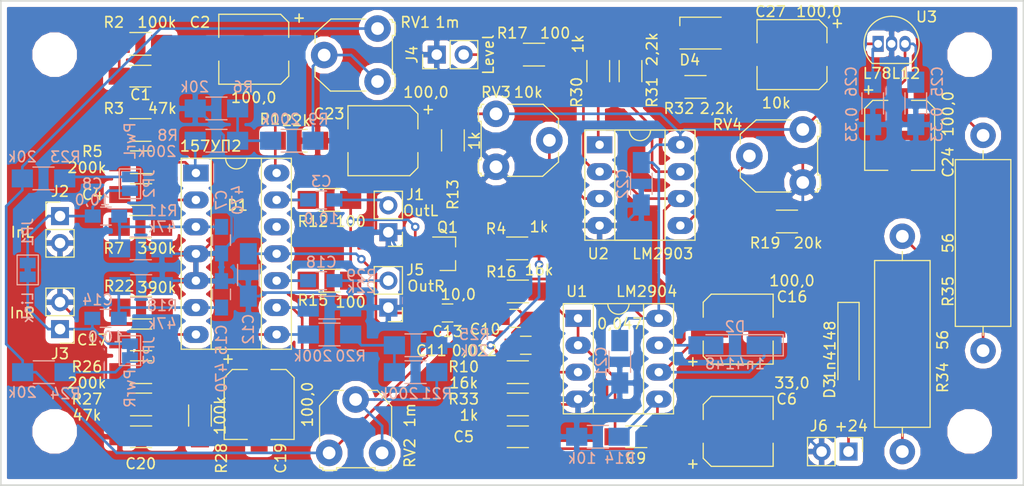
<source format=kicad_pcb>
(kicad_pcb (version 20171130) (host pcbnew "(5.0.0)")
  (layers (0 F.Cu signal) (31 B.Cu signal) (34 B.Paste user) (35 F.Paste user) (36 B.SilkS user) (37 F.SilkS user) (38 B.Mask user) (39 F.Mask user) (44 Edge.Cuts user))
  (net 0 "")
  (net 1 "Net-(C5-Pad1)")
  (net 2 "Net-(C11-Pad1)")
  (net 3 "Net-(C10-Pad2)")
  (net 4 /OutL)
  (net 5 "Net-(C16-Pad1)")
  (net 6 GND)
  (net 7 "Net-(C9-Pad1)")
  (net 8 "Net-(C10-Pad1)")
  (net 9 /OutR)
  (net 10 "Net-(C9-Pad2)")
  (net 11 +12V)
  (net 12 "Net-(C23-Pad1)")
  (net 13 "Net-(C7-Pad2)")
  (net 14 "Net-(C4-Pad2)")
  (net 15 "Net-(C14-Pad1)")
  (net 16 "Net-(J4-Pad2)")
  (net 17 "Net-(C2-Pad2)")
  (net 18 "Net-(C1-Pad2)")
  (net 19 "Net-(C4-Pad1)")
  (net 20 "Net-(D1-Pad1)")
  (net 21 "Net-(R6-Pad2)")
  (net 22 "Net-(C20-Pad1)")
  (net 23 "Net-(C19-Pad2)")
  (net 24 "Net-(R20-Pad2)")
  (net 25 "Net-(D1-Pad8)")
  (net 26 "Net-(R9-Pad2)")
  (net 27 "Net-(D4-Pad3)")
  (net 28 "Net-(D4-Pad1)")
  (net 29 "Net-(R31-Pad2)")
  (net 30 "Net-(R30-Pad2)")
  (net 31 "Net-(D4-Pad2)")
  (net 32 "Net-(C2-Pad1)")
  (net 33 "Net-(C19-Pad1)")
  (net 34 "Net-(R21-Pad2)")
  (net 35 "Net-(C17-Pad2)")
  (net 36 "Net-(JP3-Pad1)")
  (net 37 /PrePwr)
  (net 38 "Net-(JP2-Pad2)")
  (net 39 "Net-(C17-Pad1)")
  (net 40 "Net-(RV3-Pad2)")
  (net 41 "Net-(RV4-Pad2)")
  (net 42 "Net-(C8-Pad2)")
  (net 43 "Net-(C14-Pad2)")
  (net 44 "Net-(D2-Pad2)")
  (net 45 "Net-(C3-Pad1)")
  (net 46 "Net-(C18-Pad1)")
  (net 47 "Net-(D3-Pad1)")
  (net 48 "Net-(R34-Pad2)")
  (net 49 "Net-(C24-Pad1)")
  (net 50 "Net-(D3-Pad2)")
  (module Resistor_THT:R_Axial_DIN0516_L15.5mm_D5.0mm_P20.32mm_Horizontal (layer F.Cu) (at 184.15 53.34 270)
    (fp_text reference R35 (at 14.732 3.302 270) (layer F.SilkS))
    (fp_text value 56 (at 10.16 3.302 270) (layer F.SilkS))
    (pad 2 thru_hole oval (at 20.32 0 270) (size 2.4 2.4) (drill 1.2) (layers *.Cu *.Mask) (net 48 "Net-(R34-Pad2)"))
    (pad 1 thru_hole circle (at 0 0 270) (size 2.4 2.4) (drill 1.2) (layers *.Cu *.Mask) (net 49 "Net-(C24-Pad1)"))
  )
  (module Resistor_THT:R_Axial_DIN0516_L15.5mm_D5.0mm_P20.32mm_Horizontal (layer F.Cu) (at 176.53 83.185 90)
    (fp_text reference R34 (at 6.985 3.81 90) (layer F.SilkS))
    (fp_text value 56 (at 10.541 3.81 90) (layer F.SilkS))
    (pad 1 thru_hole circle (at 0 0 90) (size 2.4 2.4) (drill 1.2) (layers *.Cu *.Mask) (net 47 "Net-(D3-Pad1)"))
    (pad 2 thru_hole oval (at 20.32 0 90) (size 2.4 2.4) (drill 1.2) (layers *.Cu *.Mask) (net 48 "Net-(R34-Pad2)"))
  )
  (module MountingHole:MountingHole_3.2mm_M3 (layer F.Cu) (at 96.52 45.72)
    (fp_text reference MH1)
    (fp_text value -)
    (pad 1 np_thru_hole circle (at 0 0) (size 3.2 3.2) (drill 3.2) (layers *.Cu *.Mask))
  )
  (module MountingHole:MountingHole_3.2mm_M3 (layer F.Cu) (at 96.52 81.28)
    (fp_text reference MH2)
    (fp_text value -)
    (pad 1 np_thru_hole circle (at 0 0) (size 3.2 3.2) (drill 3.2) (layers *.Cu *.Mask))
  )
  (module MountingHole:MountingHole_3.2mm_M3 (layer F.Cu) (at 182.88 45.72)
    (fp_text reference MH3)
    (fp_text value -)
    (pad 1 np_thru_hole circle (at 0 0) (size 3.2 3.2) (drill 3.2) (layers *.Cu *.Mask))
  )
  (module MountingHole:MountingHole_3.2mm_M3 (layer F.Cu) (at 182.88 81.28)
    (fp_text reference MH4)
    (fp_text value -)
    (pad 1 np_thru_hole circle (at 0 0) (size 3.2 3.2) (drill 3.2) (layers *.Cu *.Mask))
  )
  (module Capacitors_SMD:CP_Elec_6.3x5.3 (layer F.Cu) (at 166.116 45.72 180)
    (fp_text reference C27 (at 2.032 4.064 180) (layer F.SilkS))
    (fp_text value 100,0 (at -2.54 4.064 180) (layer F.SilkS))
    (fp_text user + (at -4.28 3.01 180) (layer F.SilkS))
    (pad 2 smd rect (at 2.7 0) (size 3.5 1.6) (layers F.Cu F.Paste F.Mask) (net 6 GND))
    (pad 1 smd rect (at -2.7 0) (size 3.5 1.6) (layers F.Cu F.Paste F.Mask) (net 11 +12V))
  )
  (module Capacitors_SMD:CP_Elec_6.3x5.3 (layer F.Cu) (at 176.276 53.34 270)
    (fp_text reference C24 (at 2.54 -4.572 270) (layer F.SilkS))
    (fp_text value 100,0 (at -2.032 -4.572 270) (layer F.SilkS))
    (fp_text user + (at -4.28 3.01 270) (layer F.SilkS))
    (pad 1 smd rect (at -2.7 0 90) (size 3.5 1.6) (layers F.Cu F.Paste F.Mask) (net 49 "Net-(C24-Pad1)"))
    (pad 2 smd rect (at 2.7 0 90) (size 3.5 1.6) (layers F.Cu F.Paste F.Mask) (net 6 GND))
  )
  (module Capacitors_SMD:C_1206_HandSoldering (layer B.Cu) (at 177.8 50.324 270)
    (fp_text reference C25 (at -2.064 -2.032 270) (layer B.SilkS) (effects (justify mirror)))
    (fp_text value 0,33 (at 2 -2 270) (layer B.SilkS) (effects (justify mirror)))
    (pad 2 smd rect (at 2 0 270) (size 2 1.6) (layers B.Cu B.Paste B.Mask) (net 6 GND))
    (pad 1 smd rect (at -2 0 270) (size 2 1.6) (layers B.Cu B.Paste B.Mask) (net 49 "Net-(C24-Pad1)"))
  )
  (module Capacitors_SMD:C_1206_HandSoldering (layer B.Cu) (at 173.736 50.324 90)
    (fp_text reference C26 (at 2.064 -2.032 90) (layer B.SilkS) (effects (justify mirror)))
    (fp_text value 0,33 (at -2 -2 90) (layer B.SilkS) (effects (justify mirror)))
    (pad 1 smd rect (at -2 0 90) (size 2 1.6) (layers B.Cu B.Paste B.Mask) (net 6 GND))
    (pad 2 smd rect (at 2 0 90) (size 2 1.6) (layers B.Cu B.Paste B.Mask) (net 11 +12V))
  )
  (module Connector_PinHeader_2.54mm:PinHeader_1x02_P2.54mm_Vertical (layer F.Cu) (at 171.45 83.185 270)
    (fp_text reference J6 (at -2.413 2.794) (layer F.SilkS))
    (fp_text value +24 (at -2.413 -0.254) (layer F.SilkS))
    (pad 1 thru_hole rect (at 0 0 270) (size 1.7 1.7) (drill 1) (layers *.Cu *.Mask) (net 50 "Net-(D3-Pad2)"))
    (pad 2 thru_hole oval (at 0 2.54 270) (size 1.7 1.7) (drill 1) (layers *.Cu *.Mask) (net 6 GND))
  )
  (module Diodes_SMD:D_MiniMELF_Handsoldering (layer F.Cu) (at 171.45 73.66 270)
    (fp_text reference D3 (at 3.556 1.778 270) (layer F.SilkS))
    (fp_text value 1n4148 (at 0 1.75 270) (layer F.SilkS))
    (pad 1 smd rect (at -2.75 0 270) (size 3.3 1.7) (layers F.Cu F.Paste F.Mask) (net 47 "Net-(D3-Pad1)"))
    (pad 2 smd rect (at 2.75 0 270) (size 3.3 1.7) (layers F.Cu F.Paste F.Mask) (net 50 "Net-(D3-Pad2)"))
  )
  (module Package_TO_SOT_THT:TO-92_Inline (layer F.Cu) (at 174.244 44.704)
    (fp_text reference U3 (at 4.572 -2.54) (layer F.SilkS))
    (fp_text value L78L12 (at 1.27 2.79) (layer F.SilkS))
    (pad 2 thru_hole oval (at 1.27 0) (size 1.05 1.5) (drill 0.75) (layers *.Cu *.Mask) (net 6 GND))
    (pad 3 thru_hole oval (at 2.54 0) (size 1.05 1.5) (drill 0.75) (layers *.Cu *.Mask) (net 49 "Net-(C24-Pad1)"))
    (pad 1 thru_hole rect (at 0 0) (size 1.05 1.5) (drill 0.75) (layers *.Cu *.Mask) (net 11 +12V))
  )
  (module Capacitors_SMD:CP_Elec_6.3x5.3 (layer F.Cu) (at 161.036 71.628)
    (fp_text reference C16 (at 5.08 -3.048) (layer F.SilkS))
    (fp_text value 100,0 (at 5.08 -4.56) (layer F.SilkS))
    (fp_text user + (at -4.28 3.01) (layer F.SilkS))
    (pad 1 smd rect (at -2.7 0 180) (size 3.5 1.6) (layers F.Cu F.Paste F.Mask) (net 5 "Net-(C16-Pad1)"))
    (pad 2 smd rect (at 2.7 0 180) (size 3.5 1.6) (layers F.Cu F.Paste F.Mask) (net 6 GND))
  )
  (module Capacitors_SMD:CP_Elec_6.3x5.3 (layer F.Cu) (at 115.824 78.74 270)
    (fp_text reference C19 (at 5.08 -2.032 270) (layer F.SilkS))
    (fp_text value 100,0 (at 0 -4.56 270) (layer F.SilkS))
    (fp_text user + (at -4.28 3.01 270) (layer F.SilkS))
    (pad 2 smd rect (at 2.7 0 90) (size 3.5 1.6) (layers F.Cu F.Paste F.Mask) (net 23 "Net-(C19-Pad2)"))
    (pad 1 smd rect (at -2.7 0 90) (size 3.5 1.6) (layers F.Cu F.Paste F.Mask) (net 33 "Net-(C19-Pad1)"))
  )
  (module Capacitors_SMD:CP_Elec_6.3x5.3 (layer F.Cu) (at 161.036 81.28)
    (fp_text reference C6 (at 4.572 -3.048) (layer F.SilkS))
    (fp_text value 33,0 (at 5.08 -4.572) (layer F.SilkS))
    (fp_text user + (at -4.28 3.01) (layer F.SilkS))
    (pad 1 smd rect (at -2.7 0 180) (size 3.5 1.6) (layers F.Cu F.Paste F.Mask) (net 1 "Net-(C5-Pad1)"))
    (pad 2 smd rect (at 2.7 0 180) (size 3.5 1.6) (layers F.Cu F.Paste F.Mask) (net 6 GND))
  )
  (module Capacitors_SMD:CP_Elec_6.3x5.3 (layer F.Cu) (at 115.316 45.212 180)
    (fp_text reference C2 (at 5.08 2.54 180) (layer F.SilkS))
    (fp_text value 100,0 (at 0 -4.56 180) (layer F.SilkS))
    (fp_text user + (at -4.28 3.01 180) (layer F.SilkS))
    (pad 2 smd rect (at 2.7 0) (size 3.5 1.6) (layers F.Cu F.Paste F.Mask) (net 17 "Net-(C2-Pad2)"))
    (pad 1 smd rect (at -2.7 0) (size 3.5 1.6) (layers F.Cu F.Paste F.Mask) (net 32 "Net-(C2-Pad1)"))
  )
  (module Capacitors_SMD:CP_Elec_6.3x5.3 (layer F.Cu) (at 127.508 53.848 180)
    (fp_text reference C23 (at 5.08 2.54 180) (layer F.SilkS))
    (fp_text value 100,0 (at -4.064 4.572 180) (layer F.SilkS))
    (fp_text user + (at -4.28 3.01 180) (layer F.SilkS))
    (pad 1 smd rect (at -2.7 0) (size 3.5 1.6) (layers F.Cu F.Paste F.Mask) (net 12 "Net-(C23-Pad1)"))
    (pad 2 smd rect (at 2.7 0) (size 3.5 1.6) (layers F.Cu F.Paste F.Mask) (net 6 GND))
  )
  (module Capacitors_SMD:C_0805_HandSoldering (layer F.Cu) (at 140.99 73.152 180)
    (fp_text reference C11 (at 8.91 -0.508 180) (layer F.SilkS))
    (fp_text value 0,022 (at 4.846 -0.508 180) (layer F.SilkS))
    (pad 1 smd rect (at -1.25 0 180) (size 1.5 1.25) (layers F.Cu F.Paste F.Mask) (net 2 "Net-(C11-Pad1)"))
    (pad 2 smd rect (at 1.25 0 180) (size 1.5 1.25) (layers F.Cu F.Paste F.Mask) (net 8 "Net-(C10-Pad1)"))
  )
  (module Capacitors_SMD:C_0805_HandSoldering (layer B.Cu) (at 121.686 59.436 180)
    (fp_text reference C3 (at 0 1.75 180) (layer B.SilkS) (effects (justify mirror)))
    (fp_text value 10,0 (at 0 -1.75 180) (layer B.SilkS) (effects (justify mirror)))
    (pad 2 smd rect (at 1.25 0 180) (size 1.5 1.25) (layers B.Cu B.Paste B.Mask) (net 4 /OutL))
    (pad 1 smd rect (at -1.25 0 180) (size 1.5 1.25) (layers B.Cu B.Paste B.Mask) (net 45 "Net-(C3-Pad1)"))
  )
  (module Capacitors_SMD:C_0805_HandSoldering (layer B.Cu) (at 112.268 63.226 90)
    (fp_text reference C7 (at 3.79 0 90) (layer B.SilkS) (effects (justify mirror)))
    (fp_text value 470 (at 3.79 1.524 90) (layer B.SilkS) (effects (justify mirror)))
    (pad 1 smd rect (at -1.25 0 90) (size 1.5 1.25) (layers B.Cu B.Paste B.Mask) (net 6 GND))
    (pad 2 smd rect (at 1.25 0 90) (size 1.5 1.25) (layers B.Cu B.Paste B.Mask) (net 13 "Net-(C7-Pad2)"))
  )
  (module Capacitors_SMD:C_0805_HandSoldering (layer B.Cu) (at 101.366 60.96 180)
    (fp_text reference C8 (at 1.29 3.048 180) (layer B.SilkS) (effects (justify mirror)))
    (fp_text value 10,0 (at 1.29 1.524 180) (layer B.SilkS) (effects (justify mirror)))
    (pad 2 smd rect (at 1.25 0 180) (size 1.5 1.25) (layers B.Cu B.Paste B.Mask) (net 42 "Net-(C8-Pad2)"))
    (pad 1 smd rect (at -1.25 0 180) (size 1.5 1.25) (layers B.Cu B.Paste B.Mask) (net 13 "Net-(C7-Pad2)"))
  )
  (module Capacitors_SMD:C_0805_HandSoldering (layer F.Cu) (at 133.604 70.104 180)
    (fp_text reference C13 (at 0 -1.75 180) (layer F.SilkS))
    (fp_text value 10,0 (at -1.016 1.75 180) (layer F.SilkS))
    (pad 1 smd rect (at -1.25 0 180) (size 1.5 1.25) (layers F.Cu F.Paste F.Mask) (net 37 /PrePwr))
    (pad 2 smd rect (at 1.25 0 180) (size 1.5 1.25) (layers F.Cu F.Paste F.Mask) (net 6 GND))
  )
  (module Capacitors_SMD:C_0805_HandSoldering (layer B.Cu) (at 101.326 70.612 180)
    (fp_text reference C14 (at 0.742 1.75 180) (layer B.SilkS) (effects (justify mirror)))
    (fp_text value 10,0 (at 0 -1.75 180) (layer B.SilkS) (effects (justify mirror)))
    (pad 2 smd rect (at 1.25 0 180) (size 1.5 1.25) (layers B.Cu B.Paste B.Mask) (net 43 "Net-(C14-Pad2)"))
    (pad 1 smd rect (at -1.25 0 180) (size 1.5 1.25) (layers B.Cu B.Paste B.Mask) (net 15 "Net-(C14-Pad1)"))
  )
  (module Capacitors_SMD:C_0805_HandSoldering (layer B.Cu) (at 112.268 68.346 90)
    (fp_text reference C15 (at -4.298 0 90) (layer B.SilkS) (effects (justify mirror)))
    (fp_text value 470 (at -7.854 0 90) (layer B.SilkS) (effects (justify mirror)))
    (pad 1 smd rect (at -1.25 0 90) (size 1.5 1.25) (layers B.Cu B.Paste B.Mask) (net 15 "Net-(C14-Pad1)"))
    (pad 2 smd rect (at 1.25 0 90) (size 1.5 1.25) (layers B.Cu B.Paste B.Mask) (net 6 GND))
  )
  (module Capacitors_SMD:C_0805_HandSoldering (layer B.Cu) (at 121.686 67.056 180)
    (fp_text reference C18 (at 0 1.75 180) (layer B.SilkS) (effects (justify mirror)))
    (fp_text value 10,0)
    (pad 2 smd rect (at 1.25 0 180) (size 1.5 1.25) (layers B.Cu B.Paste B.Mask) (net 9 /OutR))
    (pad 1 smd rect (at -1.25 0 180) (size 1.5 1.25) (layers B.Cu B.Paste B.Mask) (net 46 "Net-(C18-Pad1)"))
  )
  (module Capacitors_SMD:C_0805_HandSoldering (layer F.Cu) (at 139.974 70.612 180)
    (fp_text reference C10 (at 2.814 -1.016 180) (layer F.SilkS))
    (fp_text value 0,047 (at -9.886 -0.508 180) (layer F.SilkS))
    (pad 1 smd rect (at -1.25 0 180) (size 1.5 1.25) (layers F.Cu F.Paste F.Mask) (net 8 "Net-(C10-Pad1)"))
    (pad 2 smd rect (at 1.25 0 180) (size 1.5 1.25) (layers F.Cu F.Paste F.Mask) (net 3 "Net-(C10-Pad2)"))
  )
  (module Capacitors_SMD:C_1206_HandSoldering (layer F.Cu) (at 151.416 81.788)
    (fp_text reference C9 (at -0.032 2.032) (layer F.SilkS))
    (fp_text value 0,1)
    (pad 1 smd rect (at -2 0) (size 2 1.6) (layers F.Cu F.Paste F.Mask) (net 7 "Net-(C9-Pad1)"))
    (pad 2 smd rect (at 2 0) (size 2 1.6) (layers F.Cu F.Paste F.Mask) (net 10 "Net-(C9-Pad2)"))
  )
  (module Capacitors_SMD:C_1206_HandSoldering (layer B.Cu) (at 151.892 57.912 270)
    (fp_text reference C22 (at 0 1.75 270) (layer B.SilkS) (effects (justify mirror)))
    (fp_text value 0,1)
    (pad 2 smd rect (at 2 0 270) (size 2 1.6) (layers B.Cu B.Paste B.Mask) (net 6 GND))
    (pad 1 smd rect (at -2 0 270) (size 2 1.6) (layers B.Cu B.Paste B.Mask) (net 11 +12V))
  )
  (module Capacitors_SMD:C_1206_HandSoldering (layer B.Cu) (at 149.86 74.708 270)
    (fp_text reference C21 (at 0 1.75 270) (layer B.SilkS) (effects (justify mirror)))
    (fp_text value 0,1)
    (pad 1 smd rect (at -2 0 270) (size 2 1.6) (layers B.Cu B.Paste B.Mask) (net 11 +12V))
    (pad 2 smd rect (at 2 0 270) (size 2 1.6) (layers B.Cu B.Paste B.Mask) (net 6 GND))
  )
  (module Capacitors_SMD:C_1206_HandSoldering (layer F.Cu) (at 104.68 81.788 180)
    (fp_text reference C20 (at 0.032 -2.54 180) (layer F.SilkS))
    (fp_text value 0,1)
    (pad 2 smd rect (at 2 0 180) (size 2 1.6) (layers F.Cu F.Paste F.Mask) (net 6 GND))
    (pad 1 smd rect (at -2 0 180) (size 2 1.6) (layers F.Cu F.Paste F.Mask) (net 22 "Net-(C20-Pad1)"))
  )
  (module Capacitors_SMD:C_1206_HandSoldering (layer F.Cu) (at 104.68 72.644 180)
    (fp_text reference C17 (at 4.604 0 180) (layer F.SilkS))
    (fp_text value 0,1)
    (pad 1 smd rect (at -2 0 180) (size 2 1.6) (layers F.Cu F.Paste F.Mask) (net 39 "Net-(C17-Pad1)"))
    (pad 2 smd rect (at 2 0 180) (size 2 1.6) (layers F.Cu F.Paste F.Mask) (net 35 "Net-(C17-Pad2)"))
  )
  (module Capacitors_SMD:C_1206_HandSoldering (layer F.Cu) (at 140.24 81.788)
    (fp_text reference C5 (at -5.112 0) (layer F.SilkS))
    (fp_text value 0,1)
    (pad 2 smd rect (at 2 0) (size 2 1.6) (layers F.Cu F.Paste F.Mask) (net 6 GND))
    (pad 1 smd rect (at -2 0) (size 2 1.6) (layers F.Cu F.Paste F.Mask) (net 1 "Net-(C5-Pad1)"))
  )
  (module Capacitors_SMD:C_1206_HandSoldering (layer F.Cu) (at 104.68 58.928)
    (fp_text reference C4 (at -4.604 0) (layer F.SilkS))
    (fp_text value 0,1)
    (pad 1 smd rect (at -2 0) (size 2 1.6) (layers F.Cu F.Paste F.Mask) (net 19 "Net-(C4-Pad1)"))
    (pad 2 smd rect (at 2 0) (size 2 1.6) (layers F.Cu F.Paste F.Mask) (net 14 "Net-(C4-Pad2)"))
  )
  (module Capacitors_SMD:C_1206_HandSoldering (layer F.Cu) (at 104.616 47.752 180)
    (fp_text reference C1 (at 0 -1.75 180) (layer F.SilkS))
    (fp_text value 0,1)
    (pad 2 smd rect (at 2 0 180) (size 2 1.6) (layers F.Cu F.Paste F.Mask) (net 18 "Net-(C1-Pad2)"))
    (pad 1 smd rect (at -2 0 180) (size 2 1.6) (layers F.Cu F.Paste F.Mask) (net 6 GND))
  )
  (module Capacitors_SMD:C_1206_HandSoldering (layer B.Cu) (at 114.808 66.516 270)
    (fp_text reference C12 (at 5.112 0 270) (layer B.SilkS) (effects (justify mirror)))
    (fp_text value 0,1)
    (pad 1 smd rect (at -2 0 270) (size 2 1.6) (layers B.Cu B.Paste B.Mask) (net 37 /PrePwr))
    (pad 2 smd rect (at 2 0 270) (size 2 1.6) (layers B.Cu B.Paste B.Mask) (net 6 GND))
  )
  (module Connector_PinHeader_2.54mm:PinHeader_1x02_P2.54mm_Vertical (layer F.Cu) (at 128.016 69.596 180)
    (fp_text reference J5 (at -2.54 3.556 180) (layer F.SilkS))
    (fp_text value OutR (at -3.556 2.032 180) (layer F.SilkS))
    (pad 1 thru_hole rect (at 0 0 180) (size 1.7 1.7) (drill 1) (layers *.Cu *.Mask) (net 6 GND))
    (pad 2 thru_hole oval (at 0 2.54 180) (size 1.7 1.7) (drill 1) (layers *.Cu *.Mask) (net 46 "Net-(C18-Pad1)"))
  )
  (module Connector_PinHeader_2.54mm:PinHeader_1x02_P2.54mm_Vertical (layer F.Cu) (at 128.016 62.484 180)
    (fp_text reference J1 (at -2.54 3.556 180) (layer F.SilkS))
    (fp_text value OutL (at -3.048 2.032 180) (layer F.SilkS))
    (pad 2 thru_hole oval (at 0 2.54 180) (size 1.7 1.7) (drill 1) (layers *.Cu *.Mask) (net 45 "Net-(C3-Pad1)"))
    (pad 1 thru_hole rect (at 0 0 180) (size 1.7 1.7) (drill 1) (layers *.Cu *.Mask) (net 6 GND))
  )
  (module Connector_PinHeader_2.54mm:PinHeader_1x02_P2.54mm_Vertical (layer F.Cu) (at 97.028 60.96)
    (fp_text reference J2 (at 0 -2.33) (layer F.SilkS))
    (fp_text value InL (at -3.556 1.524) (layer F.SilkS))
    (pad 1 thru_hole rect (at 0 0) (size 1.7 1.7) (drill 1) (layers *.Cu *.Mask) (net 42 "Net-(C8-Pad2)"))
    (pad 2 thru_hole oval (at 0 2.54) (size 1.7 1.7) (drill 1) (layers *.Cu *.Mask) (net 6 GND))
  )
  (module Connector_PinHeader_2.54mm:PinHeader_1x02_P2.54mm_Vertical (layer F.Cu) (at 97.028 71.628 180)
    (fp_text reference J3 (at 0 -2.33 180) (layer F.SilkS))
    (fp_text value InR (at 3.556 1.524 180) (layer F.SilkS))
    (pad 2 thru_hole oval (at 0 2.54 180) (size 1.7 1.7) (drill 1) (layers *.Cu *.Mask) (net 6 GND))
    (pad 1 thru_hole rect (at 0 0 180) (size 1.7 1.7) (drill 1) (layers *.Cu *.Mask) (net 43 "Net-(C14-Pad2)"))
  )
  (module Connector_PinHeader_2.54mm:PinHeader_1x02_P2.54mm_Vertical (layer F.Cu) (at 132.588 45.72 90)
    (fp_text reference J4 (at 0 -2.33 90) (layer F.SilkS))
    (fp_text value Level (at 0 4.87 90) (layer F.SilkS))
    (pad 1 thru_hole rect (at 0 0 90) (size 1.7 1.7) (drill 1) (layers *.Cu *.Mask) (net 6 GND))
    (pad 2 thru_hole oval (at 0 2.54 90) (size 1.7 1.7) (drill 1) (layers *.Cu *.Mask) (net 16 "Net-(J4-Pad2)"))
  )
  (module Diodes_SMD:D_MiniMELF_Handsoldering (layer B.Cu) (at 160.738 73.152 180)
    (fp_text reference D2 (at 0 1.75 180) (layer B.SilkS) (effects (justify mirror)))
    (fp_text value 1n4148 (at 0 -1.75 180) (layer B.SilkS) (effects (justify mirror)))
    (pad 1 smd rect (at -2.75 0 180) (size 3.3 1.7) (layers B.Cu B.Paste B.Mask) (net 5 "Net-(C16-Pad1)"))
    (pad 2 smd rect (at 2.75 0 180) (size 3.3 1.7) (layers B.Cu B.Paste B.Mask) (net 44 "Net-(D2-Pad2)"))
  )
  (module Housings_DIP:DIP-14_W7.62mm_Socket_LongPads (layer F.Cu) (at 109.855 56.896)
    (fp_text reference D1 (at 3.937 3.048) (layer F.SilkS))
    (fp_text value 157УП2 (at 1.397 -2.54) (layer F.SilkS))
    (pad 1 thru_hole rect (at 0 0) (size 2.4 1.6) (drill 0.8) (layers *.Cu *.Mask) (net 20 "Net-(D1-Pad1)"))
    (pad 8 thru_hole oval (at 7.62 15.24) (size 2.4 1.6) (drill 0.8) (layers *.Cu *.Mask) (net 25 "Net-(D1-Pad8)"))
    (pad 2 thru_hole oval (at 0 2.54) (size 2.4 1.6) (drill 0.8) (layers *.Cu *.Mask) (net 14 "Net-(C4-Pad2)"))
    (pad 9 thru_hole oval (at 7.62 12.7) (size 2.4 1.6) (drill 0.8) (layers *.Cu *.Mask) (net 33 "Net-(C19-Pad1)"))
    (pad 3 thru_hole oval (at 0 5.08) (size 2.4 1.6) (drill 0.8) (layers *.Cu *.Mask) (net 13 "Net-(C7-Pad2)"))
    (pad 10 thru_hole oval (at 7.62 10.16) (size 2.4 1.6) (drill 0.8) (layers *.Cu *.Mask) (net 9 /OutR))
    (pad 4 thru_hole oval (at 0 7.62) (size 2.4 1.6) (drill 0.8) (layers *.Cu *.Mask) (net 6 GND))
    (pad 11 thru_hole oval (at 7.62 7.62) (size 2.4 1.6) (drill 0.8) (layers *.Cu *.Mask) (net 37 /PrePwr))
    (pad 5 thru_hole oval (at 0 10.16) (size 2.4 1.6) (drill 0.8) (layers *.Cu *.Mask) (net 6 GND))
    (pad 12 thru_hole oval (at 7.62 5.08) (size 2.4 1.6) (drill 0.8) (layers *.Cu *.Mask))
    (pad 6 thru_hole oval (at 0 12.7) (size 2.4 1.6) (drill 0.8) (layers *.Cu *.Mask) (net 15 "Net-(C14-Pad1)"))
    (pad 13 thru_hole oval (at 7.62 2.54) (size 2.4 1.6) (drill 0.8) (layers *.Cu *.Mask) (net 4 /OutL))
    (pad 7 thru_hole oval (at 0 15.24) (size 2.4 1.6) (drill 0.8) (layers *.Cu *.Mask) (net 39 "Net-(C17-Pad1)"))
    (pad 14 thru_hole oval (at 7.62 0) (size 2.4 1.6) (drill 0.8) (layers *.Cu *.Mask) (net 32 "Net-(C2-Pad1)"))
  )
  (module Housings_DIP:DIP-8_W7.62mm_Socket_LongPads (layer F.Cu) (at 145.923 70.612)
    (fp_text reference U1 (at -0.127 -2.54) (layer F.SilkS))
    (fp_text value LM2904 (at 6.477 -2.54) (layer F.SilkS))
    (pad 8 thru_hole oval (at 7.62 0) (size 2.4 1.6) (drill 0.8) (layers *.Cu *.Mask) (net 11 +12V))
    (pad 4 thru_hole oval (at 0 7.62) (size 2.4 1.6) (drill 0.8) (layers *.Cu *.Mask) (net 6 GND))
    (pad 7 thru_hole oval (at 7.62 2.54) (size 2.4 1.6) (drill 0.8) (layers *.Cu *.Mask) (net 44 "Net-(D2-Pad2)"))
    (pad 3 thru_hole oval (at 0 5.08) (size 2.4 1.6) (drill 0.8) (layers *.Cu *.Mask) (net 2 "Net-(C11-Pad1)"))
    (pad 6 thru_hole oval (at 7.62 5.08) (size 2.4 1.6) (drill 0.8) (layers *.Cu *.Mask) (net 5 "Net-(C16-Pad1)"))
    (pad 2 thru_hole oval (at 0 2.54) (size 2.4 1.6) (drill 0.8) (layers *.Cu *.Mask) (net 7 "Net-(C9-Pad1)"))
    (pad 5 thru_hole oval (at 7.62 7.62) (size 2.4 1.6) (drill 0.8) (layers *.Cu *.Mask) (net 10 "Net-(C9-Pad2)"))
    (pad 1 thru_hole rect (at 0 0) (size 2.4 1.6) (drill 0.8) (layers *.Cu *.Mask) (net 7 "Net-(C9-Pad1)"))
  )
  (module Housings_DIP:DIP-8_W7.62mm_Socket_LongPads (layer F.Cu) (at 147.955 54.229)
    (fp_text reference U2 (at -0.127 10.287) (layer F.SilkS))
    (fp_text value LM2903 (at 5.969 10.287) (layer F.SilkS))
    (pad 1 thru_hole rect (at 0 0) (size 2.4 1.6) (drill 0.8) (layers *.Cu *.Mask) (net 30 "Net-(R30-Pad2)"))
    (pad 5 thru_hole oval (at 7.62 7.62) (size 2.4 1.6) (drill 0.8) (layers *.Cu *.Mask) (net 41 "Net-(RV4-Pad2)"))
    (pad 2 thru_hole oval (at 0 2.54) (size 2.4 1.6) (drill 0.8) (layers *.Cu *.Mask) (net 5 "Net-(C16-Pad1)"))
    (pad 6 thru_hole oval (at 7.62 5.08) (size 2.4 1.6) (drill 0.8) (layers *.Cu *.Mask) (net 5 "Net-(C16-Pad1)"))
    (pad 3 thru_hole oval (at 0 5.08) (size 2.4 1.6) (drill 0.8) (layers *.Cu *.Mask) (net 40 "Net-(RV3-Pad2)"))
    (pad 7 thru_hole oval (at 7.62 2.54) (size 2.4 1.6) (drill 0.8) (layers *.Cu *.Mask) (net 29 "Net-(R31-Pad2)"))
    (pad 4 thru_hole oval (at 0 7.62) (size 2.4 1.6) (drill 0.8) (layers *.Cu *.Mask) (net 6 GND))
    (pad 8 thru_hole oval (at 7.62 0) (size 2.4 1.6) (drill 0.8) (layers *.Cu *.Mask) (net 11 +12V))
  )
  (module Jumper:SolderJumper-2_P1.3mm_Bridged_Pad1.0x1.5mm (layer B.Cu) (at 103.632 73.66 90)
    (fp_text reference JP3 (at 0 1.8 90) (layer B.SilkS) (effects (justify mirror)))
    (fp_text value PwrR (at -3.556 0 90) (layer B.SilkS) (effects (justify mirror)))
    (pad 2 smd rect (at 0.65 0 90) (size 1 1.5) (layers B.Cu B.Mask) (net 43 "Net-(C14-Pad2)"))
    (pad 1 smd custom (at -0.65 0 90) (size 1 1.5) (layers B.Cu B.Mask) (net 36 "Net-(JP3-Pad1)") (options (clearance outline) (anchor rect)) (primitives (gr_poly (pts (xy 0.4 0.3) (xy 0.9 0.3) (xy 0.9 -0.3) (xy 0.4 -0.3)) (width 0))))
  )
  (module Jumper:SolderJumper-2_P1.3mm_Bridged_Pad1.0x1.5mm (layer B.Cu) (at 93.98 66.04 90)
    (fp_text reference JP1 (at 3.556 0 90) (layer B.SilkS) (effects (justify mirror)))
    (fp_text value Link (at -3.556 0 90) (layer B.SilkS) (effects (justify mirror)))
    (pad 1 smd custom (at -0.65 0 90) (size 1 1.5) (layers B.Cu B.Mask) (net 43 "Net-(C14-Pad2)") (options (clearance outline) (anchor rect)) (primitives (gr_poly (pts (xy 0.4 0.3) (xy 0.9 0.3) (xy 0.9 -0.3) (xy 0.4 -0.3)) (width 0))))
    (pad 2 smd rect (at 0.65 0 90) (size 1 1.5) (layers B.Cu B.Mask) (net 42 "Net-(C8-Pad2)"))
  )
  (module Jumper:SolderJumper-2_P1.3mm_Open_Pad1.0x1.5mm (layer B.Cu) (at 103.632 57.912 90)
    (fp_text reference JP2 (at 0 1.8 90) (layer B.SilkS) (effects (justify mirror)))
    (fp_text value PwrL (at 4.064 0 90) (layer B.SilkS) (effects (justify mirror)))
    (pad 2 smd rect (at 0.65 0 90) (size 1 1.5) (layers B.Cu B.Mask) (net 38 "Net-(JP2-Pad2)"))
    (pad 1 smd rect (at -0.65 0 90) (size 1 1.5) (layers B.Cu B.Mask) (net 42 "Net-(C8-Pad2)"))
  )
  (module LED_SMD:LED_Cree-PLCC4_3.2x2.8mm_CCW (layer F.Cu) (at 157.48 43.688)
    (fp_text reference D4 (at -1.016 2.54) (layer F.SilkS))
    (fp_text value LED_BGRA)
    (pad 1 smd rect (at -1.25 -0.7) (size 1 0.8) (layers F.Cu F.Paste F.Mask) (net 28 "Net-(D4-Pad1)"))
    (pad 4 smd rect (at 1.25 -0.7) (size 1 0.8) (layers F.Cu F.Paste F.Mask) (net 11 +12V))
    (pad 3 smd rect (at 1.25 0.7) (size 1 0.8) (layers F.Cu F.Paste F.Mask) (net 27 "Net-(D4-Pad3)"))
    (pad 2 smd rect (at -1.25 0.7) (size 1 0.8) (layers F.Cu F.Paste F.Mask) (net 31 "Net-(D4-Pad2)"))
  )
  (module Package_TO_SOT_SMD:SOT-23 (layer F.Cu) (at 133.604 64.516)
    (fp_text reference Q1 (at 0 -2.5) (layer F.SilkS))
    (fp_text value MMBT3904)
    (pad 1 smd rect (at -1 -0.95) (size 0.9 0.8) (layers F.Cu F.Paste F.Mask) (net 12 "Net-(C23-Pad1)"))
    (pad 2 smd rect (at -1 0.95) (size 0.9 0.8) (layers F.Cu F.Paste F.Mask) (net 37 /PrePwr))
    (pad 3 smd rect (at 1 0) (size 0.9 0.8) (layers F.Cu F.Paste F.Mask) (net 11 +12V))
  )
  (module Potentiometers:Potentiometer_Triwood_RM-065 (layer F.Cu) (at 122.428 83.312)
    (fp_text reference RV2 (at 7.62 0 90) (layer F.SilkS))
    (fp_text value 1m (at 7.62 -3.556 90) (layer F.SilkS))
    (pad 1 thru_hole circle (at 0 0) (size 2.5 2.5) (drill 1.2) (layers *.Cu *.Mask) (net 37 /PrePwr))
    (pad 3 thru_hole circle (at 5 0) (size 2.5 2.5) (drill 1.2) (layers *.Cu *.Mask) (net 34 "Net-(R21-Pad2)"))
    (pad 2 thru_hole circle (at 2.5 -5.04) (size 2.5 2.5) (drill 1.2) (layers *.Cu *.Mask) (net 34 "Net-(R21-Pad2)"))
  )
  (module Potentiometers:Potentiometer_Triwood_RM-065 (layer F.Cu) (at 127 48.26 90)
    (fp_text reference RV1 (at 5.588 3.556 180) (layer F.SilkS))
    (fp_text value 1m (at 5.588 6.604 180) (layer F.SilkS))
    (pad 2 thru_hole circle (at 2.5 -5.04 90) (size 2.5 2.5) (drill 1.2) (layers *.Cu *.Mask) (net 26 "Net-(R9-Pad2)"))
    (pad 3 thru_hole circle (at 5 0 90) (size 2.5 2.5) (drill 1.2) (layers *.Cu *.Mask) (net 37 /PrePwr))
    (pad 1 thru_hole circle (at 0 0 90) (size 2.5 2.5) (drill 1.2) (layers *.Cu *.Mask) (net 26 "Net-(R9-Pad2)"))
  )
  (module Potentiometers:Potentiometer_Triwood_RM-065 (layer F.Cu) (at 167.132 57.785 90)
    (fp_text reference RV4 (at 5.461 -7.112 180) (layer F.SilkS))
    (fp_text value 10k (at 7.5 -2.5 180) (layer F.SilkS))
    (pad 1 thru_hole circle (at 0 0 90) (size 2.5 2.5) (drill 1.2) (layers *.Cu *.Mask) (net 6 GND))
    (pad 3 thru_hole circle (at 5 0 90) (size 2.5 2.5) (drill 1.2) (layers *.Cu *.Mask) (net 11 +12V))
    (pad 2 thru_hole circle (at 2.5 -5.04 90) (size 2.5 2.5) (drill 1.2) (layers *.Cu *.Mask) (net 41 "Net-(RV4-Pad2)"))
  )
  (module Potentiometers:Potentiometer_Triwood_RM-065 (layer F.Cu) (at 138.176 51.308 270)
    (fp_text reference RV3 (at -2.032 0) (layer F.SilkS))
    (fp_text value 10k (at -2.032 -3.048) (layer F.SilkS))
    (pad 2 thru_hole circle (at 2.5 -5.04 270) (size 2.5 2.5) (drill 1.2) (layers *.Cu *.Mask) (net 40 "Net-(RV3-Pad2)"))
    (pad 3 thru_hole circle (at 5 0 270) (size 2.5 2.5) (drill 1.2) (layers *.Cu *.Mask) (net 6 GND))
    (pad 1 thru_hole circle (at 0 0 270) (size 2.5 2.5) (drill 1.2) (layers *.Cu *.Mask) (net 11 +12V))
  )
  (module Resistors_SMD:R_1206_HandSoldering (layer F.Cu) (at 104.68 69.596 180)
    (fp_text reference R22 (at 2.064 2.032 180) (layer F.SilkS))
    (fp_text value 390k (at -1.492 1.9 180) (layer F.SilkS))
    (pad 1 smd rect (at -2 0 180) (size 2 1.7) (layers F.Cu F.Paste F.Mask) (net 39 "Net-(C17-Pad1)"))
    (pad 2 smd rect (at 2 0 180) (size 2 1.7) (layers F.Cu F.Paste F.Mask) (net 15 "Net-(C14-Pad1)"))
  )
  (module Resistors_SMD:R_1206_HandSoldering (layer B.Cu) (at 95.472 57.404 180)
    (fp_text reference R23 (at -2.064 2.032 180) (layer B.SilkS) (effects (justify mirror)))
    (fp_text value 20k (at 2 2.032 180) (layer B.SilkS) (effects (justify mirror)))
    (pad 2 smd rect (at 2 0 180) (size 2 1.7) (layers B.Cu B.Paste B.Mask) (net 37 /PrePwr))
    (pad 1 smd rect (at -2 0 180) (size 2 1.7) (layers B.Cu B.Paste B.Mask) (net 38 "Net-(JP2-Pad2)"))
  )
  (module Resistors_SMD:R_1206_HandSoldering (layer B.Cu) (at 95.504 75.692 180)
    (fp_text reference R24 (at -2.032 -2.032 180) (layer B.SilkS) (effects (justify mirror)))
    (fp_text value 20k (at 2.032 -1.9 180) (layer B.SilkS) (effects (justify mirror)))
    (pad 1 smd rect (at -2 0 180) (size 2 1.7) (layers B.Cu B.Paste B.Mask) (net 36 "Net-(JP3-Pad1)"))
    (pad 2 smd rect (at 2 0 180) (size 2 1.7) (layers B.Cu B.Paste B.Mask) (net 37 /PrePwr))
  )
  (module Resistors_SMD:R_1206_HandSoldering (layer B.Cu) (at 130.588 73.152)
    (fp_text reference R25 (at 5.556 -1.016) (layer B.SilkS) (effects (justify mirror)))
    (fp_text value 20k (at 5.556 0.508) (layer B.SilkS) (effects (justify mirror)))
    (pad 2 smd rect (at 2 0) (size 2 1.7) (layers B.Cu B.Paste B.Mask) (net 6 GND))
    (pad 1 smd rect (at -2 0) (size 2 1.7) (layers B.Cu B.Paste B.Mask) (net 24 "Net-(R20-Pad2)"))
  )
  (module Resistors_SMD:R_1206_HandSoldering (layer F.Cu) (at 104.68 75.692)
    (fp_text reference R26 (at -5.112 -0.508) (layer F.SilkS))
    (fp_text value 200k (at -5.112 1.016) (layer F.SilkS))
    (pad 1 smd rect (at -2 0) (size 2 1.7) (layers F.Cu F.Paste F.Mask) (net 35 "Net-(C17-Pad2)"))
    (pad 2 smd rect (at 2 0) (size 2 1.7) (layers F.Cu F.Paste F.Mask) (net 25 "Net-(D1-Pad8)"))
  )
  (module Resistors_SMD:R_1206_HandSoldering (layer F.Cu) (at 104.68 78.74)
    (fp_text reference R27 (at -5.112 -0.508) (layer F.SilkS))
    (fp_text value 47k (at -5.112 1.016) (layer F.SilkS))
    (pad 2 smd rect (at 2 0) (size 2 1.7) (layers F.Cu F.Paste F.Mask) (net 22 "Net-(C20-Pad1)"))
    (pad 1 smd rect (at -2 0) (size 2 1.7) (layers F.Cu F.Paste F.Mask) (net 35 "Net-(C17-Pad2)"))
  )
  (module Resistors_SMD:R_1206_HandSoldering (layer B.Cu) (at 130.588 75.692)
    (fp_text reference R21 (at 2 2.032) (layer B.SilkS) (effects (justify mirror)))
    (fp_text value 200k (at -1.556 2.032) (layer B.SilkS) (effects (justify mirror)))
    (pad 1 smd rect (at -2 0) (size 2 1.7) (layers B.Cu B.Paste B.Mask) (net 24 "Net-(R20-Pad2)"))
    (pad 2 smd rect (at 2 0) (size 2 1.7) (layers B.Cu B.Paste B.Mask) (net 34 "Net-(R21-Pad2)"))
  )
  (module Resistors_SMD:R_1206_HandSoldering (layer B.Cu) (at 122.46 69.596)
    (fp_text reference R29 (at 3.016 -3.048) (layer B.SilkS) (effects (justify mirror)))
    (fp_text value 22k (at 3.016 -1.9) (layer B.SilkS) (effects (justify mirror)))
    (pad 2 smd rect (at 2 0) (size 2 1.7) (layers B.Cu B.Paste B.Mask) (net 6 GND))
    (pad 1 smd rect (at -2 0) (size 2 1.7) (layers B.Cu B.Paste B.Mask) (net 33 "Net-(C19-Pad1)"))
  )
  (module Resistors_SMD:R_1206_HandSoldering (layer F.Cu) (at 119.348 53.848 180)
    (fp_text reference R1 (at 2.508 2.032 180) (layer F.SilkS))
    (fp_text value 22k (at 0 1.9 180) (layer F.SilkS))
    (pad 1 smd rect (at -2 0 180) (size 2 1.7) (layers F.Cu F.Paste F.Mask) (net 6 GND))
    (pad 2 smd rect (at 2 0 180) (size 2 1.7) (layers F.Cu F.Paste F.Mask) (net 32 "Net-(C2-Pad1)"))
  )
  (module Resistors_SMD:R_1206_HandSoldering (layer F.Cu) (at 147.828 47.276 270)
    (fp_text reference R30 (at 2 2.032 270) (layer F.SilkS))
    (fp_text value 1k (at -2.572 1.9 270) (layer F.SilkS))
    (pad 2 smd rect (at 2 0 270) (size 2 1.7) (layers F.Cu F.Paste F.Mask) (net 30 "Net-(R30-Pad2)"))
    (pad 1 smd rect (at -2 0 270) (size 2 1.7) (layers F.Cu F.Paste F.Mask) (net 31 "Net-(D4-Pad2)"))
  )
  (module Resistors_SMD:R_1206_HandSoldering (layer F.Cu) (at 150.876 47.276 270)
    (fp_text reference R31 (at 2 -2.032 270) (layer F.SilkS))
    (fp_text value 2,2k (at -2.064 -2.032 270) (layer F.SilkS))
    (pad 1 smd rect (at -2 0 270) (size 2 1.7) (layers F.Cu F.Paste F.Mask) (net 28 "Net-(D4-Pad1)"))
    (pad 2 smd rect (at 2 0 270) (size 2 1.7) (layers F.Cu F.Paste F.Mask) (net 29 "Net-(R31-Pad2)"))
  )
  (module Resistors_SMD:R_1206_HandSoldering (layer F.Cu) (at 157.004 48.768 180)
    (fp_text reference R32 (at 1.556 -2.032 180) (layer F.SilkS))
    (fp_text value 2,2k (at -2 -2.032 180) (layer F.SilkS))
    (pad 2 smd rect (at 2 0 180) (size 2 1.7) (layers F.Cu F.Paste F.Mask) (net 27 "Net-(D4-Pad3)"))
    (pad 1 smd rect (at -2 0 180) (size 2 1.7) (layers F.Cu F.Paste F.Mask) (net 6 GND))
  )
  (module Resistors_SMD:R_1206_HandSoldering (layer F.Cu) (at 140.24 78.74 180)
    (fp_text reference R33 (at 5.112 0.508 180) (layer F.SilkS))
    (fp_text value 1k (at 4.604 -1.016 180) (layer F.SilkS))
    (pad 1 smd rect (at -2 0 180) (size 2 1.7) (layers F.Cu F.Paste F.Mask) (net 6 GND))
    (pad 2 smd rect (at 2 0 180) (size 2 1.7) (layers F.Cu F.Paste F.Mask) (net 1 "Net-(C5-Pad1)"))
  )
  (module Resistors_SMD:R_1206_HandSoldering (layer B.Cu) (at 118.904 53.848)
    (fp_text reference R9 (at 2.508 -2.032) (layer B.SilkS) (effects (justify mirror)))
    (fp_text value 200k (at -1.048 -2.032) (layer B.SilkS) (effects (justify mirror)))
    (pad 2 smd rect (at 2 0) (size 2 1.7) (layers B.Cu B.Paste B.Mask) (net 26 "Net-(R9-Pad2)"))
    (pad 1 smd rect (at -2 0) (size 2 1.7) (layers B.Cu B.Paste B.Mask) (net 21 "Net-(R6-Pad2)"))
  )
  (module Resistors_SMD:R_1206_HandSoldering (layer B.Cu) (at 111.792 53.848)
    (fp_text reference R8 (at -4.604 -0.508) (layer B.SilkS) (effects (justify mirror)))
    (fp_text value 200k (at -5.62 1.016) (layer B.SilkS) (effects (justify mirror)))
    (pad 1 smd rect (at -2 0) (size 2 1.7) (layers B.Cu B.Paste B.Mask) (net 20 "Net-(D1-Pad1)"))
    (pad 2 smd rect (at 2 0) (size 2 1.7) (layers B.Cu B.Paste B.Mask) (net 21 "Net-(R6-Pad2)"))
  )
  (module Resistors_SMD:R_1206_HandSoldering (layer B.Cu) (at 122.46 72.136)
    (fp_text reference R20 (at 2 2.032) (layer B.SilkS) (effects (justify mirror)))
    (fp_text value 200k (at -1.556 2.032) (layer B.SilkS) (effects (justify mirror)))
    (pad 2 smd rect (at 2 0) (size 2 1.7) (layers B.Cu B.Paste B.Mask) (net 24 "Net-(R20-Pad2)"))
    (pad 1 smd rect (at -2 0) (size 2 1.7) (layers B.Cu B.Paste B.Mask) (net 25 "Net-(D1-Pad8)"))
  )
  (module Resistors_SMD:R_1206_HandSoldering (layer F.Cu) (at 110.236 79.788 90)
    (fp_text reference R28 (at -4.032 2.032 90) (layer F.SilkS))
    (fp_text value 100k (at 0 1.9 90) (layer F.SilkS))
    (pad 1 smd rect (at -2 0 90) (size 2 1.7) (layers F.Cu F.Paste F.Mask) (net 22 "Net-(C20-Pad1)"))
    (pad 2 smd rect (at 2 0 90) (size 2 1.7) (layers F.Cu F.Paste F.Mask) (net 23 "Net-(C19-Pad2)"))
  )
  (module Resistors_SMD:R_1206_HandSoldering (layer B.Cu) (at 111.792 50.8)
    (fp_text reference R6 (at 2.508 -2.032) (layer B.SilkS) (effects (justify mirror)))
    (fp_text value 20k (at -2.064 -2.032) (layer B.SilkS) (effects (justify mirror)))
    (pad 2 smd rect (at 2 0) (size 2 1.7) (layers B.Cu B.Paste B.Mask) (net 21 "Net-(R6-Pad2)"))
    (pad 1 smd rect (at -2 0) (size 2 1.7) (layers B.Cu B.Paste B.Mask) (net 6 GND))
  )
  (module Resistors_SMD:R_1206_HandSoldering (layer F.Cu) (at 104.68 55.88 180)
    (fp_text reference R5 (at 4.604 1.016 180) (layer F.SilkS))
    (fp_text value 200k (at 5.112 -0.508 180) (layer F.SilkS))
    (pad 1 smd rect (at -2 0 180) (size 2 1.7) (layers F.Cu F.Paste F.Mask) (net 20 "Net-(D1-Pad1)"))
    (pad 2 smd rect (at 2 0 180) (size 2 1.7) (layers F.Cu F.Paste F.Mask) (net 19 "Net-(C4-Pad1)"))
  )
  (module Resistors_SMD:R_1206_HandSoldering (layer F.Cu) (at 140.176 64.008)
    (fp_text reference R4 (at -2 -1.85) (layer F.SilkS))
    (fp_text value 1k (at 2.064 -2.032) (layer F.SilkS))
    (pad 2 smd rect (at 2 0) (size 2 1.7) (layers F.Cu F.Paste F.Mask) (net 1 "Net-(C5-Pad1)"))
    (pad 1 smd rect (at -2 0) (size 2 1.7) (layers F.Cu F.Paste F.Mask) (net 11 +12V))
  )
  (module Resistors_SMD:R_1206_HandSoldering (layer F.Cu) (at 104.616 52.832 180)
    (fp_text reference R3 (at 2.508 2.032 180) (layer F.SilkS))
    (fp_text value 47k (at -2.064 2.032 180) (layer F.SilkS))
    (pad 1 smd rect (at -2 0 180) (size 2 1.7) (layers F.Cu F.Paste F.Mask) (net 18 "Net-(C1-Pad2)"))
    (pad 2 smd rect (at 2 0 180) (size 2 1.7) (layers F.Cu F.Paste F.Mask) (net 19 "Net-(C4-Pad1)"))
  )
  (module Resistors_SMD:R_1206_HandSoldering (layer F.Cu) (at 104.616 44.704)
    (fp_text reference R2 (at -2.508 -2.032) (layer F.SilkS))
    (fp_text value 100k (at 1.556 -2.032) (layer F.SilkS))
    (pad 2 smd rect (at 2 0) (size 2 1.7) (layers F.Cu F.Paste F.Mask) (net 17 "Net-(C2-Pad2)"))
    (pad 1 smd rect (at -2 0) (size 2 1.7) (layers F.Cu F.Paste F.Mask) (net 18 "Net-(C1-Pad2)"))
  )
  (module Resistors_SMD:R_1206_HandSoldering (layer F.Cu) (at 141.764 45.72)
    (fp_text reference R17 (at -2.064 -2.032) (layer F.SilkS))
    (fp_text value 100 (at 2 -2.032) (layer F.SilkS))
    (pad 1 smd rect (at -2 0) (size 2 1.7) (layers F.Cu F.Paste F.Mask) (net 16 "Net-(J4-Pad2)"))
    (pad 2 smd rect (at 2 0) (size 2 1.7) (layers F.Cu F.Paste F.Mask) (net 5 "Net-(C16-Pad1)"))
  )
  (module Resistors_SMD:R_1206_HandSoldering (layer B.Cu) (at 104.68 67.564)
    (fp_text reference R18 (at 2 1.85) (layer B.SilkS) (effects (justify mirror)))
    (fp_text value 47k (at 2 3.556) (layer B.SilkS) (effects (justify mirror)))
    (pad 2 smd rect (at 2 0) (size 2 1.7) (layers B.Cu B.Paste B.Mask) (net 6 GND))
    (pad 1 smd rect (at -2 0) (size 2 1.7) (layers B.Cu B.Paste B.Mask) (net 15 "Net-(C14-Pad1)"))
  )
  (module Resistors_SMD:R_1206_HandSoldering (layer B.Cu) (at 104.648 64.008 180)
    (fp_text reference R11 (at -2.032 3.556 180) (layer B.SilkS) (effects (justify mirror)))
    (fp_text value 47k (at -2.032 2.032 180) (layer B.SilkS) (effects (justify mirror)))
    (pad 1 smd rect (at -2 0 180) (size 2 1.7) (layers B.Cu B.Paste B.Mask) (net 6 GND))
    (pad 2 smd rect (at 2 0 180) (size 2 1.7) (layers B.Cu B.Paste B.Mask) (net 13 "Net-(C7-Pad2)"))
  )
  (module Resistors_SMD:R_1206_HandSoldering (layer F.Cu) (at 104.616 61.976 180)
    (fp_text reference R7 (at 2.508 -2.032 180) (layer F.SilkS))
    (fp_text value 390k (at -1.556 -2.032 180) (layer F.SilkS))
    (pad 2 smd rect (at 2 0 180) (size 2 1.7) (layers F.Cu F.Paste F.Mask) (net 13 "Net-(C7-Pad2)"))
    (pad 1 smd rect (at -2 0 180) (size 2 1.7) (layers F.Cu F.Paste F.Mask) (net 14 "Net-(C4-Pad2)"))
  )
  (module Resistors_SMD:R_1206_HandSoldering (layer F.Cu) (at 134.112 53.816 270)
    (fp_text reference R13 (at 5.112 0 270) (layer F.SilkS))
    (fp_text value 1k (at 0.032 -2.032 270) (layer F.SilkS))
    (pad 1 smd rect (at -2 0 270) (size 2 1.7) (layers F.Cu F.Paste F.Mask) (net 11 +12V))
    (pad 2 smd rect (at 2 0 270) (size 2 1.7) (layers F.Cu F.Paste F.Mask) (net 12 "Net-(C23-Pad1)"))
  )
  (module Resistors_SMD:R_1206_HandSoldering (layer B.Cu) (at 147.796 81.788 180)
    (fp_text reference R14 (at -2.064 -2.032 180) (layer B.SilkS) (effects (justify mirror)))
    (fp_text value 10k (at 1.492 -2.032 180) (layer B.SilkS) (effects (justify mirror)))
    (pad 2 smd rect (at 2 0 180) (size 2 1.7) (layers B.Cu B.Paste B.Mask) (net 6 GND))
    (pad 1 smd rect (at -2 0 180) (size 2 1.7) (layers B.Cu B.Paste B.Mask) (net 10 "Net-(C9-Pad2)"))
  )
  (module Resistors_SMD:R_1206_HandSoldering (layer F.Cu) (at 122.46 67.056 180)
    (fp_text reference R15 (at 1.556 -1.85 180) (layer F.SilkS))
    (fp_text value 100 (at -2 -2.032 180) (layer F.SilkS))
    (pad 1 smd rect (at -2 0 180) (size 2 1.7) (layers F.Cu F.Paste F.Mask) (net 3 "Net-(C10-Pad2)"))
    (pad 2 smd rect (at 2 0 180) (size 2 1.7) (layers F.Cu F.Paste F.Mask) (net 9 /OutR))
  )
  (module Resistors_SMD:R_1206_HandSoldering (layer F.Cu) (at 140.24 68.072)
    (fp_text reference R16 (at -1.556 -1.85) (layer F.SilkS))
    (fp_text value 16k (at 2 -2.032) (layer F.SilkS))
    (pad 2 smd rect (at 2 0) (size 2 1.7) (layers F.Cu F.Paste F.Mask) (net 7 "Net-(C9-Pad1)"))
    (pad 1 smd rect (at -2 0) (size 2 1.7) (layers F.Cu F.Paste F.Mask) (net 8 "Net-(C10-Pad1)"))
  )
  (module Resistors_SMD:R_1206_HandSoldering (layer F.Cu) (at 165.64 61.468)
    (fp_text reference R19 (at -2.064 2.032) (layer F.SilkS))
    (fp_text value 20k (at 2 2.032) (layer F.SilkS))
    (pad 1 smd rect (at -2 0) (size 2 1.7) (layers F.Cu F.Paste F.Mask) (net 5 "Net-(C16-Pad1)"))
    (pad 2 smd rect (at 2 0) (size 2 1.7) (layers F.Cu F.Paste F.Mask) (net 6 GND))
  )
  (module Resistors_SMD:R_1206_HandSoldering (layer F.Cu) (at 122.46 59.436)
    (fp_text reference R12 (at -1.556 2.032) (layer F.SilkS))
    (fp_text value 100 (at 2 2.032) (layer F.SilkS))
    (pad 2 smd rect (at 2 0) (size 2 1.7) (layers F.Cu F.Paste F.Mask) (net 3 "Net-(C10-Pad2)"))
    (pad 1 smd rect (at -2 0) (size 2 1.7) (layers F.Cu F.Paste F.Mask) (net 4 /OutL))
  )
  (module Resistors_SMD:R_1206_HandSoldering (layer F.Cu) (at 140.24 75.692)
    (fp_text reference R10 (at -5.112 -0.508) (layer F.SilkS))
    (fp_text value 16k (at -5.112 1.016) (layer F.SilkS))
    (pad 1 smd rect (at -2 0) (size 2 1.7) (layers F.Cu F.Paste F.Mask) (net 1 "Net-(C5-Pad1)"))
    (pad 2 smd rect (at 2 0) (size 2 1.7) (layers F.Cu F.Paste F.Mask) (net 2 "Net-(C11-Pad1)"))
  )
  (gr_line (start 91.44 86.36) (end 91.44 40.64) (layer Edge.Cuts) (width 0.15))
  (gr_line (start 187.96 86.36) (end 91.44 86.36) (layer Edge.Cuts) (width 0.15))
  (gr_line (start 187.96 40.64) (end 187.96 86.36) (layer Edge.Cuts) (width 0.15))
  (gr_line (start 91.44 40.64) (end 187.96 40.64) (layer Edge.Cuts) (width 0.15))
  (segment (start 138.24 81.788) (end 138.24 78.74) (width 0.25) (layer F.Cu) (net 1))
  (segment (start 138.24 78.74) (end 138.24 75.692) (width 0.25) (layer F.Cu) (net 1))
  (segment (start 156.336 81.28) (end 158.336 81.28) (width 0.25) (layer F.Cu) (net 1))
  (segment (start 154.702999 82.913001) (end 156.336 81.28) (width 0.25) (layer F.Cu) (net 1))
  (segment (start 140.615001 82.913001) (end 154.702999 82.913001) (width 0.25) (layer F.Cu) (net 1))
  (segment (start 139.49 81.788) (end 140.615001 82.913001) (width 0.25) (layer F.Cu) (net 1))
  (segment (start 138.24 81.788) (end 139.49 81.788) (width 0.25) (layer F.Cu) (net 1))
  (via (at 137.668 73.152) (size 0.8) (drill 0.4) (layers F.Cu B.Cu) (net 1))
  (segment (start 138.24 75.692) (end 138.24 73.724) (width 0.25) (layer F.Cu) (net 1))
  (segment (start 138.24 73.724) (end 137.668 73.152) (width 0.25) (layer F.Cu) (net 1))
  (via (at 142.24 65.532) (size 0.8) (drill 0.4) (layers F.Cu B.Cu) (net 1))
  (segment (start 137.668 73.152) (end 142.24 68.58) (width 0.25) (layer B.Cu) (net 1))
  (segment (start 142.24 68.58) (end 142.24 65.532) (width 0.25) (layer B.Cu) (net 1))
  (segment (start 142.24 64.072) (end 142.176 64.008) (width 0.25) (layer F.Cu) (net 1))
  (segment (start 142.24 65.532) (end 142.24 64.072) (width 0.25) (layer F.Cu) (net 1))
  (segment (start 145.923 75.692) (end 142.24 75.692) (width 0.25) (layer F.Cu) (net 2))
  (segment (start 142.24 73.152) (end 142.24 75.692) (width 0.25) (layer F.Cu) (net 2))
  (segment (start 124.46 67.056) (end 124.46 59.436) (width 0.25) (layer F.Cu) (net 3))
  (via (at 130.556 61.976) (size 0.8) (drill 0.4) (layers F.Cu B.Cu) (net 3))
  (segment (start 130.556 62.953002) (end 130.556 61.976) (width 0.25) (layer F.Cu) (net 3))
  (segment (start 137.724 70.612) (end 136.914999 69.802999) (width 0.25) (layer F.Cu) (net 3))
  (segment (start 138.724 70.612) (end 137.724 70.612) (width 0.25) (layer F.Cu) (net 3))
  (segment (start 136.914999 69.802999) (end 136.914999 68.334999) (width 0.25) (layer F.Cu) (net 3))
  (segment (start 136.914999 68.334999) (end 132.871001 64.291001) (width 0.25) (layer F.Cu) (net 3))
  (segment (start 132.871001 64.291001) (end 131.893999 64.291001) (width 0.25) (layer F.Cu) (net 3))
  (segment (start 131.893999 64.291001) (end 130.556 62.953002) (width 0.25) (layer F.Cu) (net 3))
  (via (at 124.46 61.468) (size 0.8) (drill 0.4) (layers F.Cu B.Cu) (net 3))
  (segment (start 124.619001 61.308999) (end 124.46 61.468) (width 0.25) (layer B.Cu) (net 3))
  (segment (start 130.556 61.976) (end 129.888999 61.308999) (width 0.25) (layer B.Cu) (net 3))
  (segment (start 129.888999 61.308999) (end 124.619001 61.308999) (width 0.25) (layer B.Cu) (net 3))
  (segment (start 120.46 59.436) (end 117.475 59.436) (width 0.25) (layer F.Cu) (net 4))
  (segment (start 120.436 59.436) (end 117.475 59.436) (width 0.25) (layer B.Cu) (net 4))
  (segment (start 158.007 71.628) (end 158.336 71.628) (width 0.25) (layer F.Cu) (net 5))
  (segment (start 153.943 75.692) (end 158.007 71.628) (width 0.25) (layer F.Cu) (net 5))
  (segment (start 153.543 75.692) (end 153.943 75.692) (width 0.25) (layer F.Cu) (net 5))
  (segment (start 154.125 59.309) (end 155.575 59.309) (width 0.25) (layer F.Cu) (net 5))
  (segment (start 151.945 59.309) (end 154.125 59.309) (width 0.25) (layer F.Cu) (net 5))
  (segment (start 149.405 56.769) (end 151.945 59.309) (width 0.25) (layer F.Cu) (net 5))
  (segment (start 147.955 56.769) (end 149.405 56.769) (width 0.25) (layer F.Cu) (net 5))
  (segment (start 158.336 70.578) (end 158.336 71.628) (width 0.25) (layer F.Cu) (net 5))
  (segment (start 154.04999 66.29199) (end 158.336 70.578) (width 0.25) (layer F.Cu) (net 5))
  (segment (start 154.04999 60.43401) (end 154.04999 66.29199) (width 0.25) (layer F.Cu) (net 5))
  (segment (start 155.175 59.309) (end 154.04999 60.43401) (width 0.25) (layer F.Cu) (net 5))
  (segment (start 155.575 59.309) (end 155.175 59.309) (width 0.25) (layer F.Cu) (net 5))
  (segment (start 159.286 71.628) (end 158.336 71.628) (width 0.25) (layer F.Cu) (net 5))
  (segment (start 163.64 67.274) (end 159.286 71.628) (width 0.25) (layer F.Cu) (net 5))
  (segment (start 163.64 61.468) (end 163.64 67.274) (width 0.25) (layer F.Cu) (net 5))
  (segment (start 163.488 74.252) (end 163.488 73.152) (width 0.25) (layer B.Cu) (net 5))
  (segment (start 162.048 75.692) (end 163.488 74.252) (width 0.25) (layer B.Cu) (net 5))
  (segment (start 153.543 75.692) (end 162.048 75.692) (width 0.25) (layer B.Cu) (net 5))
  (segment (start 147.555 56.769) (end 147.955 56.769) (width 0.25) (layer F.Cu) (net 5))
  (segment (start 146.429999 55.643999) (end 147.555 56.769) (width 0.25) (layer F.Cu) (net 5))
  (segment (start 146.429999 49.485999) (end 146.429999 55.643999) (width 0.25) (layer F.Cu) (net 5))
  (segment (start 143.764 46.82) (end 146.429999 49.485999) (width 0.25) (layer F.Cu) (net 5))
  (segment (start 143.764 45.72) (end 143.764 46.82) (width 0.25) (layer F.Cu) (net 5))
  (segment (start 175.514 45.704) (end 175.514 44.704) (width 0.25) (layer F.Cu) (net 6))
  (segment (start 175.150999 46.067001) (end 175.514 45.704) (width 0.25) (layer F.Cu) (net 6))
  (segment (start 175.150999 55.964999) (end 175.150999 46.067001) (width 0.25) (layer F.Cu) (net 6))
  (segment (start 175.226 56.04) (end 175.150999 55.964999) (width 0.25) (layer F.Cu) (net 6))
  (segment (start 176.276 56.04) (end 175.226 56.04) (width 0.25) (layer F.Cu) (net 6))
  (segment (start 168.877 56.04) (end 167.132 57.785) (width 0.25) (layer F.Cu) (net 6))
  (segment (start 176.276 56.04) (end 168.877 56.04) (width 0.25) (layer F.Cu) (net 6))
  (segment (start 167.132 60.96) (end 167.64 61.468) (width 0.25) (layer F.Cu) (net 6))
  (segment (start 167.132 57.785) (end 167.132 60.96) (width 0.25) (layer F.Cu) (net 6))
  (segment (start 142.24 78.74) (end 142.24 81.788) (width 0.25) (layer F.Cu) (net 6))
  (segment (start 145.415 78.74) (end 145.923 78.232) (width 0.25) (layer F.Cu) (net 6))
  (segment (start 142.24 78.74) (end 145.415 78.74) (width 0.25) (layer F.Cu) (net 6))
  (segment (start 163.736 71.628) (end 163.736 81.28) (width 0.25) (layer F.Cu) (net 6))
  (segment (start 163.736 82.33) (end 163.736 81.28) (width 0.25) (layer F.Cu) (net 6))
  (segment (start 164.591 83.185) (end 163.736 82.33) (width 0.25) (layer F.Cu) (net 6))
  (segment (start 168.91 83.185) (end 164.591 83.185) (width 0.25) (layer F.Cu) (net 6))
  (segment (start 164.686 71.628) (end 163.736 71.628) (width 0.25) (layer F.Cu) (net 6))
  (segment (start 167.64 68.674) (end 164.686 71.628) (width 0.25) (layer F.Cu) (net 6))
  (segment (start 167.64 61.468) (end 167.64 68.674) (width 0.25) (layer F.Cu) (net 6))
  (segment (start 163.416 46.77) (end 163.416 45.72) (width 0.25) (layer F.Cu) (net 6))
  (segment (start 161.418 48.768) (end 163.416 46.77) (width 0.25) (layer F.Cu) (net 6))
  (segment (start 159.004 48.768) (end 161.418 48.768) (width 0.25) (layer F.Cu) (net 6))
  (segment (start 163.416 52.301234) (end 163.416 45.72) (width 0.25) (layer F.Cu) (net 6))
  (segment (start 167.132 57.785) (end 167.132 56.017234) (width 0.25) (layer F.Cu) (net 6))
  (segment (start 167.132 56.017234) (end 163.416 52.301234) (width 0.25) (layer F.Cu) (net 6))
  (segment (start 128.524 70.104) (end 128.016 69.596) (width 0.25) (layer F.Cu) (net 6))
  (segment (start 132.354 70.104) (end 128.524 70.104) (width 0.25) (layer F.Cu) (net 6))
  (segment (start 121.348 53.848) (end 124.808 53.848) (width 0.25) (layer F.Cu) (net 6))
  (segment (start 129.116 69.596) (end 128.016 69.596) (width 0.25) (layer F.Cu) (net 6))
  (segment (start 129.191001 69.520999) (end 129.116 69.596) (width 0.25) (layer F.Cu) (net 6))
  (segment (start 129.191001 64.759001) (end 129.191001 69.520999) (width 0.25) (layer F.Cu) (net 6))
  (segment (start 128.016 63.584) (end 129.191001 64.759001) (width 0.25) (layer F.Cu) (net 6))
  (segment (start 128.016 62.484) (end 128.016 63.584) (width 0.25) (layer F.Cu) (net 6))
  (segment (start 126.916 62.484) (end 128.016 62.484) (width 0.25) (layer F.Cu) (net 6))
  (segment (start 126.840999 62.408999) (end 126.916 62.484) (width 0.25) (layer F.Cu) (net 6))
  (segment (start 126.840999 56.930999) (end 126.840999 62.408999) (width 0.25) (layer F.Cu) (net 6))
  (segment (start 124.808 54.898) (end 126.840999 56.930999) (width 0.25) (layer F.Cu) (net 6))
  (segment (start 124.808 53.848) (end 124.808 54.898) (width 0.25) (layer F.Cu) (net 6))
  (segment (start 109.895 64.476) (end 109.855 64.516) (width 0.25) (layer B.Cu) (net 6))
  (segment (start 112.268 64.476) (end 109.895 64.476) (width 0.25) (layer B.Cu) (net 6))
  (segment (start 109.895 67.096) (end 109.855 67.056) (width 0.25) (layer B.Cu) (net 6))
  (segment (start 112.268 67.096) (end 109.895 67.096) (width 0.25) (layer B.Cu) (net 6))
  (segment (start 107.188 67.056) (end 106.68 67.564) (width 0.25) (layer B.Cu) (net 6))
  (segment (start 109.855 67.056) (end 107.188 67.056) (width 0.25) (layer B.Cu) (net 6))
  (segment (start 107.156 64.516) (end 106.648 64.008) (width 0.25) (layer B.Cu) (net 6))
  (segment (start 109.855 64.516) (end 107.156 64.516) (width 0.25) (layer B.Cu) (net 6))
  (segment (start 109.855 64.516) (end 109.855 67.056) (width 0.25) (layer B.Cu) (net 6))
  (segment (start 103.906 66.04) (end 97.028 66.04) (width 0.25) (layer B.Cu) (net 6))
  (segment (start 105.43 67.564) (end 103.906 66.04) (width 0.25) (layer B.Cu) (net 6))
  (segment (start 106.68 67.564) (end 105.43 67.564) (width 0.25) (layer B.Cu) (net 6))
  (segment (start 97.028 63.5) (end 97.028 66.04) (width 0.25) (layer B.Cu) (net 6))
  (segment (start 97.028 66.04) (end 97.028 69.088) (width 0.25) (layer B.Cu) (net 6))
  (segment (start 114.808 68.316) (end 114.808 68.516) (width 0.25) (layer B.Cu) (net 6))
  (segment (start 113.588 67.096) (end 114.808 68.316) (width 0.25) (layer B.Cu) (net 6))
  (segment (start 112.268 67.096) (end 113.588 67.096) (width 0.25) (layer B.Cu) (net 6))
  (segment (start 129.191001 69.520999) (end 129.116 69.596) (width 0.25) (layer B.Cu) (net 6))
  (segment (start 129.191001 64.759001) (end 129.191001 69.520999) (width 0.25) (layer B.Cu) (net 6))
  (segment (start 129.191001 64.759001) (end 128.016 62.484) (width 0.25) (layer B.Cu) (net 6))
  (segment (start 128.016 63.584) (end 129.191001 64.759001) (width 0.25) (layer B.Cu) (net 6))
  (segment (start 128.016 62.484) (end 128.016 63.584) (width 0.25) (layer B.Cu) (net 6))
  (segment (start 129.116 69.596) (end 128.016 69.596) (width 0.25) (layer B.Cu) (net 6))
  (segment (start 130.132 69.596) (end 129.116 69.596) (width 0.25) (layer B.Cu) (net 6))
  (segment (start 132.588 72.052) (end 130.132 69.596) (width 0.25) (layer B.Cu) (net 6))
  (segment (start 132.588 73.152) (end 132.588 72.052) (width 0.25) (layer B.Cu) (net 6))
  (segment (start 124.46 69.596) (end 128.016 69.596) (width 0.25) (layer B.Cu) (net 6))
  (segment (start 123.21 69.596) (end 124.46 69.596) (width 0.25) (layer B.Cu) (net 6))
  (segment (start 121.79501 68.18101) (end 123.21 69.596) (width 0.25) (layer B.Cu) (net 6))
  (segment (start 116.19299 68.18101) (end 121.79501 68.18101) (width 0.25) (layer B.Cu) (net 6))
  (segment (start 115.858 68.516) (end 116.19299 68.18101) (width 0.25) (layer B.Cu) (net 6))
  (segment (start 114.808 68.516) (end 115.858 68.516) (width 0.25) (layer B.Cu) (net 6))
  (segment (start 149.86 76.908) (end 149.86 76.708) (width 0.25) (layer B.Cu) (net 6))
  (segment (start 148.536 78.232) (end 149.86 76.908) (width 0.25) (layer B.Cu) (net 6))
  (segment (start 145.923 78.232) (end 148.536 78.232) (width 0.25) (layer B.Cu) (net 6))
  (segment (start 145.796 78.359) (end 145.923 78.232) (width 0.25) (layer B.Cu) (net 6))
  (segment (start 145.796 81.788) (end 145.796 78.359) (width 0.25) (layer B.Cu) (net 6))
  (segment (start 151.892 60.112) (end 151.892 59.912) (width 0.25) (layer B.Cu) (net 6))
  (segment (start 150.155 61.849) (end 151.892 60.112) (width 0.25) (layer B.Cu) (net 6))
  (segment (start 147.955 61.849) (end 150.155 61.849) (width 0.25) (layer B.Cu) (net 6))
  (segment (start 174.786 52.324) (end 173.736 52.324) (width 0.25) (layer B.Cu) (net 6))
  (segment (start 175.514 51.596) (end 174.786 52.324) (width 0.25) (layer B.Cu) (net 6))
  (segment (start 175.514 44.704) (end 175.514 51.596) (width 0.25) (layer B.Cu) (net 6))
  (segment (start 176.022 51.596) (end 175.514 51.596) (width 0.25) (layer B.Cu) (net 6))
  (segment (start 176.75 52.324) (end 176.022 51.596) (width 0.25) (layer B.Cu) (net 6))
  (segment (start 177.8 52.324) (end 176.75 52.324) (width 0.25) (layer B.Cu) (net 6))
  (segment (start 172.593 52.324) (end 173.736 52.324) (width 0.25) (layer B.Cu) (net 6))
  (segment (start 167.132 57.785) (end 172.593 52.324) (width 0.25) (layer B.Cu) (net 6))
  (segment (start 112.268 64.351) (end 112.268 64.476) (width 0.25) (layer B.Cu) (net 6))
  (segment (start 113.218001 60.965999) (end 113.218001 63.400999) (width 0.25) (layer B.Cu) (net 6))
  (segment (start 112.466999 60.214997) (end 113.218001 60.965999) (width 0.25) (layer B.Cu) (net 6))
  (segment (start 112.466999 53.324999) (end 112.466999 60.214997) (width 0.25) (layer B.Cu) (net 6))
  (segment (start 109.942 50.8) (end 112.466999 53.324999) (width 0.25) (layer B.Cu) (net 6))
  (segment (start 113.218001 63.400999) (end 112.268 64.351) (width 0.25) (layer B.Cu) (net 6))
  (segment (start 109.792 50.8) (end 109.942 50.8) (width 0.25) (layer B.Cu) (net 6))
  (segment (start 145.923 78.232) (end 139.192 78.232) (width 0.25) (layer B.Cu) (net 6))
  (segment (start 134.112 73.152) (end 132.588 73.152) (width 0.25) (layer B.Cu) (net 6))
  (segment (start 139.192 78.232) (end 134.112 73.152) (width 0.25) (layer B.Cu) (net 6))
  (segment (start 146.323 78.232) (end 145.923 78.232) (width 0.25) (layer B.Cu) (net 6))
  (segment (start 147.955 76.6) (end 146.323 78.232) (width 0.25) (layer B.Cu) (net 6))
  (segment (start 147.955 61.849) (end 147.955 76.6) (width 0.25) (layer B.Cu) (net 6))
  (segment (start 143.717 61.849) (end 138.176 56.308) (width 0.25) (layer B.Cu) (net 6))
  (segment (start 147.955 61.849) (end 143.717 61.849) (width 0.25) (layer B.Cu) (net 6))
  (segment (start 132.588 46.82) (end 132.588 45.72) (width 0.25) (layer F.Cu) (net 6))
  (segment (start 132.588 48.068) (end 132.588 46.82) (width 0.25) (layer F.Cu) (net 6))
  (segment (start 126.808 53.848) (end 132.588 48.068) (width 0.25) (layer F.Cu) (net 6))
  (segment (start 124.808 53.848) (end 126.808 53.848) (width 0.25) (layer F.Cu) (net 6))
  (segment (start 145.796 82.888) (end 145.796 81.788) (width 0.25) (layer B.Cu) (net 6))
  (segment (start 146.093 83.185) (end 145.796 82.888) (width 0.25) (layer B.Cu) (net 6))
  (segment (start 168.91 83.185) (end 146.093 83.185) (width 0.25) (layer B.Cu) (net 6))
  (segment (start 167.132 81.407) (end 168.91 83.185) (width 0.25) (layer B.Cu) (net 6))
  (segment (start 167.132 57.785) (end 167.132 81.407) (width 0.25) (layer B.Cu) (net 6))
  (segment (start 102.48 81.788) (end 102.68 81.788) (width 0.25) (layer F.Cu) (net 6))
  (segment (start 101.354999 80.662999) (end 102.48 81.788) (width 0.25) (layer F.Cu) (net 6))
  (segment (start 101.354999 73.414999) (end 101.354999 80.662999) (width 0.25) (layer F.Cu) (net 6))
  (segment (start 97.028 69.088) (end 101.354999 73.414999) (width 0.25) (layer F.Cu) (net 6))
  (segment (start 110.255 64.516) (end 109.855 64.516) (width 0.25) (layer F.Cu) (net 6))
  (segment (start 111.38001 63.39099) (end 110.255 64.516) (width 0.25) (layer F.Cu) (net 6))
  (segment (start 111.38001 52.31601) (end 111.38001 63.39099) (width 0.25) (layer F.Cu) (net 6))
  (segment (start 106.816 47.752) (end 111.38001 52.31601) (width 0.25) (layer F.Cu) (net 6))
  (segment (start 106.616 47.752) (end 106.816 47.752) (width 0.25) (layer F.Cu) (net 6))
  (segment (start 146.323 73.152) (end 145.923 73.152) (width 0.25) (layer F.Cu) (net 7))
  (segment (start 149.416 76.245) (end 146.323 73.152) (width 0.25) (layer F.Cu) (net 7))
  (segment (start 149.416 81.788) (end 149.416 76.245) (width 0.25) (layer F.Cu) (net 7))
  (segment (start 145.923 70.612) (end 145.923 73.152) (width 0.25) (layer F.Cu) (net 7))
  (segment (start 144.93 70.612) (end 145.923 70.612) (width 0.25) (layer F.Cu) (net 7))
  (segment (start 142.39 68.072) (end 144.93 70.612) (width 0.25) (layer F.Cu) (net 7))
  (segment (start 142.24 68.072) (end 142.39 68.072) (width 0.25) (layer F.Cu) (net 7))
  (segment (start 139.74 71.971) (end 141.099 70.612) (width 0.25) (layer F.Cu) (net 8))
  (segment (start 139.74 73.152) (end 139.74 71.971) (width 0.25) (layer F.Cu) (net 8))
  (segment (start 141.099 70.612) (end 141.224 70.612) (width 0.25) (layer F.Cu) (net 8))
  (segment (start 138.559 68.072) (end 141.099 70.612) (width 0.25) (layer F.Cu) (net 8))
  (segment (start 138.24 68.072) (end 138.559 68.072) (width 0.25) (layer F.Cu) (net 8))
  (segment (start 120.46 67.056) (end 117.475 67.056) (width 0.25) (layer F.Cu) (net 9))
  (segment (start 120.436 67.056) (end 117.475 67.056) (width 0.25) (layer B.Cu) (net 9))
  (segment (start 153.416 78.359) (end 153.543 78.232) (width 0.25) (layer F.Cu) (net 10))
  (segment (start 153.416 81.788) (end 153.416 78.359) (width 0.25) (layer F.Cu) (net 10))
  (segment (start 153.502 78.232) (end 153.543 78.232) (width 0.25) (layer B.Cu) (net 10))
  (segment (start 149.946 81.788) (end 153.502 78.232) (width 0.25) (layer B.Cu) (net 10))
  (segment (start 149.796 81.788) (end 149.946 81.788) (width 0.25) (layer B.Cu) (net 10))
  (segment (start 134.62 51.308) (end 134.112 51.816) (width 0.25) (layer F.Cu) (net 11))
  (segment (start 138.176 51.308) (end 134.62 51.308) (width 0.25) (layer F.Cu) (net 11))
  (segment (start 168.816 44.67) (end 168.816 45.72) (width 0.25) (layer F.Cu) (net 11))
  (segment (start 167.134 42.988) (end 168.816 44.67) (width 0.25) (layer F.Cu) (net 11))
  (segment (start 158.73 42.988) (end 167.134 42.988) (width 0.25) (layer F.Cu) (net 11))
  (segment (start 169.832 44.704) (end 168.816 45.72) (width 0.25) (layer F.Cu) (net 11))
  (segment (start 174.244 44.704) (end 169.832 44.704) (width 0.25) (layer F.Cu) (net 11))
  (segment (start 168.816 51.101) (end 167.132 52.785) (width 0.25) (layer F.Cu) (net 11))
  (segment (start 168.816 45.72) (end 168.816 51.101) (width 0.25) (layer F.Cu) (net 11))
  (segment (start 137.668 64.516) (end 138.176 64.008) (width 0.25) (layer F.Cu) (net 11))
  (segment (start 134.604 64.516) (end 137.668 64.516) (width 0.25) (layer F.Cu) (net 11))
  (segment (start 152.093 70.612) (end 153.543 70.612) (width 0.25) (layer B.Cu) (net 11))
  (segment (start 150.706 70.612) (end 152.093 70.612) (width 0.25) (layer B.Cu) (net 11))
  (segment (start 149.86 71.458) (end 150.706 70.612) (width 0.25) (layer B.Cu) (net 11))
  (segment (start 149.86 72.708) (end 149.86 71.458) (width 0.25) (layer B.Cu) (net 11))
  (segment (start 151.892 55.712) (end 151.892 55.912) (width 0.25) (layer B.Cu) (net 11))
  (segment (start 153.375 54.229) (end 151.892 55.712) (width 0.25) (layer B.Cu) (net 11))
  (segment (start 155.575 54.229) (end 153.375 54.229) (width 0.25) (layer B.Cu) (net 11))
  (segment (start 173.736 45.212) (end 174.244 44.704) (width 0.25) (layer B.Cu) (net 11))
  (segment (start 173.736 48.324) (end 173.736 45.212) (width 0.25) (layer B.Cu) (net 11))
  (segment (start 155.969 52.785) (end 155.575 53.179) (width 0.25) (layer B.Cu) (net 11))
  (segment (start 167.132 52.785) (end 155.969 52.785) (width 0.25) (layer B.Cu) (net 11))
  (segment (start 152.093 70.612) (end 153.543 70.612) (width 0.25) (layer F.Cu) (net 11))
  (segment (start 148.377999 66.896999) (end 152.093 70.612) (width 0.25) (layer F.Cu) (net 11))
  (segment (start 139.964999 66.896999) (end 148.377999 66.896999) (width 0.25) (layer F.Cu) (net 11))
  (segment (start 138.176 65.108) (end 139.964999 66.896999) (width 0.25) (layer F.Cu) (net 11))
  (segment (start 138.176 64.008) (end 138.176 65.108) (width 0.25) (layer F.Cu) (net 11))
  (segment (start 152.942 55.912) (end 151.892 55.912) (width 0.25) (layer B.Cu) (net 11))
  (segment (start 153.543 56.513) (end 152.942 55.912) (width 0.25) (layer B.Cu) (net 11))
  (segment (start 153.543 70.612) (end 153.543 56.513) (width 0.25) (layer B.Cu) (net 11))
  (segment (start 155.575 53.179) (end 155.575 54.229) (width 0.25) (layer B.Cu) (net 11))
  (segment (start 153.704 51.308) (end 155.575 53.179) (width 0.25) (layer B.Cu) (net 11))
  (segment (start 138.176 51.308) (end 153.704 51.308) (width 0.25) (layer B.Cu) (net 11))
  (segment (start 133.012 55.816) (end 134.112 55.816) (width 0.25) (layer F.Cu) (net 12))
  (segment (start 132.604 56.224) (end 133.012 55.816) (width 0.25) (layer F.Cu) (net 12))
  (segment (start 132.604 63.566) (end 132.604 56.224) (width 0.25) (layer F.Cu) (net 12))
  (segment (start 133.126 55.816) (end 134.112 55.816) (width 0.25) (layer F.Cu) (net 12))
  (segment (start 131.158 53.848) (end 133.126 55.816) (width 0.25) (layer F.Cu) (net 12))
  (segment (start 130.208 53.848) (end 131.158 53.848) (width 0.25) (layer F.Cu) (net 12))
  (segment (start 112.268 61.976) (end 109.855 61.976) (width 0.25) (layer B.Cu) (net 13))
  (segment (start 102.648 60.992) (end 102.616 60.96) (width 0.25) (layer B.Cu) (net 13))
  (segment (start 102.648 64.008) (end 102.648 60.992) (width 0.25) (layer B.Cu) (net 13))
  (segment (start 102.616 61.835) (end 102.616 60.96) (width 0.25) (layer B.Cu) (net 13))
  (segment (start 102.757 61.976) (end 102.616 61.835) (width 0.25) (layer B.Cu) (net 13))
  (segment (start 109.855 61.976) (end 102.757 61.976) (width 0.25) (layer B.Cu) (net 13))
  (segment (start 106.68 61.912) (end 106.616 61.976) (width 0.25) (layer F.Cu) (net 14))
  (segment (start 106.68 58.928) (end 106.68 61.912) (width 0.25) (layer F.Cu) (net 14))
  (segment (start 107.188 59.436) (end 106.68 58.928) (width 0.25) (layer F.Cu) (net 14))
  (segment (start 109.855 59.436) (end 107.188 59.436) (width 0.25) (layer F.Cu) (net 14))
  (segment (start 112.268 69.596) (end 109.855 69.596) (width 0.25) (layer B.Cu) (net 15))
  (segment (start 102.576 67.668) (end 102.68 67.564) (width 0.25) (layer B.Cu) (net 15))
  (segment (start 102.576 70.612) (end 102.576 67.668) (width 0.25) (layer B.Cu) (net 15))
  (segment (start 102.576 69.737) (end 102.576 70.612) (width 0.25) (layer B.Cu) (net 15))
  (segment (start 102.717 69.596) (end 102.576 69.737) (width 0.25) (layer B.Cu) (net 15))
  (segment (start 109.855 69.596) (end 102.717 69.596) (width 0.25) (layer B.Cu) (net 15))
  (segment (start 139.764 45.72) (end 135.128 45.72) (width 0.25) (layer F.Cu) (net 16))
  (segment (start 112.108 44.704) (end 112.616 45.212) (width 0.25) (layer F.Cu) (net 17))
  (segment (start 106.616 44.704) (end 112.108 44.704) (width 0.25) (layer F.Cu) (net 17))
  (segment (start 102.616 45.804) (end 102.616 47.752) (width 0.25) (layer F.Cu) (net 18))
  (segment (start 102.616 44.704) (end 102.616 45.804) (width 0.25) (layer F.Cu) (net 18))
  (segment (start 102.816 47.752) (end 102.616 47.752) (width 0.25) (layer F.Cu) (net 18))
  (segment (start 106.616 51.552) (end 102.816 47.752) (width 0.25) (layer F.Cu) (net 18))
  (segment (start 106.616 52.832) (end 106.616 51.552) (width 0.25) (layer F.Cu) (net 18))
  (segment (start 102.68 58.928) (end 102.68 55.88) (width 0.25) (layer F.Cu) (net 19))
  (segment (start 102.68 52.896) (end 102.616 52.832) (width 0.25) (layer F.Cu) (net 19))
  (segment (start 102.68 55.88) (end 102.68 52.896) (width 0.25) (layer F.Cu) (net 19))
  (segment (start 109.792 56.833) (end 109.855 56.896) (width 0.25) (layer B.Cu) (net 20))
  (segment (start 109.792 53.848) (end 109.792 56.833) (width 0.25) (layer B.Cu) (net 20))
  (segment (start 108.839 55.88) (end 109.855 56.896) (width 0.25) (layer F.Cu) (net 20))
  (segment (start 106.68 55.88) (end 108.839 55.88) (width 0.25) (layer F.Cu) (net 20))
  (segment (start 113.792 50.8) (end 113.792 53.848) (width 0.25) (layer B.Cu) (net 21))
  (segment (start 116.904 53.848) (end 113.792 53.848) (width 0.25) (layer B.Cu) (net 21))
  (segment (start 106.68 78.74) (end 106.68 81.788) (width 0.25) (layer F.Cu) (net 22))
  (segment (start 106.68 81.788) (end 110.236 81.788) (width 0.25) (layer F.Cu) (net 22))
  (segment (start 114.774 81.44) (end 115.824 81.44) (width 0.25) (layer F.Cu) (net 23))
  (segment (start 113.738 81.44) (end 114.774 81.44) (width 0.25) (layer F.Cu) (net 23))
  (segment (start 110.236 77.938) (end 113.738 81.44) (width 0.25) (layer F.Cu) (net 23))
  (segment (start 110.236 77.788) (end 110.236 77.938) (width 0.25) (layer F.Cu) (net 23))
  (segment (start 128.588 75.692) (end 128.588 73.152) (width 0.25) (layer B.Cu) (net 24))
  (segment (start 125.476 73.152) (end 124.46 72.136) (width 0.25) (layer B.Cu) (net 24))
  (segment (start 128.588 73.152) (end 125.476 73.152) (width 0.25) (layer B.Cu) (net 24))
  (segment (start 107.93 75.692) (end 108.946 74.676) (width 0.25) (layer F.Cu) (net 25))
  (segment (start 106.68 75.692) (end 107.93 75.692) (width 0.25) (layer F.Cu) (net 25))
  (segment (start 108.946 74.676) (end 112.268 74.676) (width 0.25) (layer F.Cu) (net 25))
  (segment (start 114.808 72.136) (end 117.475 72.136) (width 0.25) (layer F.Cu) (net 25))
  (segment (start 112.268 74.676) (end 114.808 72.136) (width 0.25) (layer F.Cu) (net 25))
  (segment (start 117.475 72.136) (end 120.46 72.136) (width 0.25) (layer B.Cu) (net 25))
  (segment (start 120.904 46.816) (end 121.96 45.76) (width 0.25) (layer B.Cu) (net 26))
  (segment (start 120.904 53.848) (end 120.904 46.816) (width 0.25) (layer B.Cu) (net 26))
  (segment (start 124.5 45.76) (end 127 48.26) (width 0.25) (layer B.Cu) (net 26))
  (segment (start 121.96 45.76) (end 124.5 45.76) (width 0.25) (layer B.Cu) (net 26))
  (segment (start 158.73 45.038) (end 158.73 44.388) (width 0.25) (layer F.Cu) (net 27))
  (segment (start 158.73 45.192) (end 158.73 45.038) (width 0.25) (layer F.Cu) (net 27))
  (segment (start 155.154 48.768) (end 158.73 45.192) (width 0.25) (layer F.Cu) (net 27))
  (segment (start 155.004 48.768) (end 155.154 48.768) (width 0.25) (layer F.Cu) (net 27))
  (segment (start 151.914 42.988) (end 156.23 42.988) (width 0.25) (layer F.Cu) (net 28))
  (segment (start 150.876 45.276) (end 150.876 44.026) (width 0.25) (layer F.Cu) (net 28))
  (segment (start 150.876 44.026) (end 151.914 42.988) (width 0.25) (layer F.Cu) (net 28))
  (segment (start 153.289 56.769) (end 155.575 56.769) (width 0.25) (layer F.Cu) (net 29))
  (segment (start 152.908 56.388) (end 153.289 56.769) (width 0.25) (layer F.Cu) (net 29))
  (segment (start 152.908 52.558) (end 152.908 56.388) (width 0.25) (layer F.Cu) (net 29))
  (segment (start 150.876 49.276) (end 150.876 50.526) (width 0.25) (layer F.Cu) (net 29))
  (segment (start 150.876 50.526) (end 152.908 52.558) (width 0.25) (layer F.Cu) (net 29))
  (segment (start 147.828 54.102) (end 147.955 54.229) (width 0.25) (layer F.Cu) (net 30))
  (segment (start 147.828 49.276) (end 147.828 54.102) (width 0.25) (layer F.Cu) (net 30))
  (segment (start 156.33 44.388) (end 156.23 44.388) (width 0.25) (layer F.Cu) (net 31))
  (segment (start 157.055001 43.662999) (end 156.33 44.388) (width 0.25) (layer F.Cu) (net 31))
  (segment (start 157.055001 42.327999) (end 157.055001 43.662999) (width 0.25) (layer F.Cu) (net 31))
  (segment (start 156.990001 42.262999) (end 157.055001 42.327999) (width 0.25) (layer F.Cu) (net 31))
  (segment (start 149.591001 42.262999) (end 156.990001 42.262999) (width 0.25) (layer F.Cu) (net 31))
  (segment (start 147.828 44.026) (end 149.591001 42.262999) (width 0.25) (layer F.Cu) (net 31))
  (segment (start 147.828 45.276) (end 147.828 44.026) (width 0.25) (layer F.Cu) (net 31))
  (segment (start 117.348 56.769) (end 117.475 56.896) (width 0.25) (layer F.Cu) (net 32))
  (segment (start 117.348 53.848) (end 117.348 56.769) (width 0.25) (layer F.Cu) (net 32))
  (segment (start 117.348 45.88) (end 118.016 45.212) (width 0.25) (layer F.Cu) (net 32))
  (segment (start 117.348 53.848) (end 117.348 45.88) (width 0.25) (layer F.Cu) (net 32))
  (segment (start 118.925 69.596) (end 119.888 70.559) (width 0.25) (layer F.Cu) (net 33))
  (segment (start 117.475 69.596) (end 118.925 69.596) (width 0.25) (layer F.Cu) (net 33))
  (segment (start 119.888 70.559) (end 119.888 75.184) (width 0.25) (layer F.Cu) (net 33))
  (segment (start 119.032 76.04) (end 115.824 76.04) (width 0.25) (layer F.Cu) (net 33))
  (segment (start 119.888 75.184) (end 119.032 76.04) (width 0.25) (layer F.Cu) (net 33))
  (segment (start 120.46 69.596) (end 117.475 69.596) (width 0.25) (layer B.Cu) (net 33))
  (segment (start 127.428 80.772) (end 127.428 83.312) (width 0.25) (layer B.Cu) (net 34))
  (segment (start 124.928 78.272) (end 127.428 80.772) (width 0.25) (layer B.Cu) (net 34))
  (segment (start 126.695766 78.272) (end 124.928 78.272) (width 0.25) (layer B.Cu) (net 34))
  (segment (start 132.468 78.272) (end 126.695766 78.272) (width 0.25) (layer B.Cu) (net 34))
  (segment (start 132.588 78.152) (end 132.468 78.272) (width 0.25) (layer B.Cu) (net 34))
  (segment (start 132.588 75.692) (end 132.588 78.152) (width 0.25) (layer B.Cu) (net 34))
  (segment (start 102.68 77.64) (end 102.68 75.692) (width 0.25) (layer F.Cu) (net 35))
  (segment (start 102.68 78.74) (end 102.68 77.64) (width 0.25) (layer F.Cu) (net 35))
  (segment (start 102.68 74.592) (end 102.68 72.644) (width 0.25) (layer F.Cu) (net 35))
  (segment (start 102.68 75.692) (end 102.68 74.592) (width 0.25) (layer F.Cu) (net 35))
  (segment (start 102.25 75.692) (end 103.632 74.31) (width 0.25) (layer B.Cu) (net 36))
  (segment (start 97.504 75.692) (end 102.25 75.692) (width 0.25) (layer B.Cu) (net 36))
  (segment (start 134.729 70.104) (end 134.854 70.104) (width 0.25) (layer F.Cu) (net 37))
  (segment (start 132.604 67.979) (end 134.729 70.104) (width 0.25) (layer F.Cu) (net 37))
  (segment (start 132.604 65.466) (end 132.604 67.979) (width 0.25) (layer F.Cu) (net 37))
  (segment (start 125.232234 43.26) (end 127 43.26) (width 0.25) (layer B.Cu) (net 37))
  (segment (start 106.516 43.26) (end 125.232234 43.26) (width 0.25) (layer B.Cu) (net 37))
  (segment (start 93.472 56.304) (end 106.516 43.26) (width 0.25) (layer B.Cu) (net 37))
  (segment (start 93.472 57.404) (end 93.472 56.304) (width 0.25) (layer B.Cu) (net 37))
  (segment (start 93.504 74.592) (end 91.948 73.036) (width 0.25) (layer B.Cu) (net 37))
  (segment (start 93.504 75.692) (end 93.504 74.592) (width 0.25) (layer B.Cu) (net 37))
  (segment (start 93.472 58.504) (end 93.472 57.404) (width 0.25) (layer B.Cu) (net 37))
  (segment (start 91.948 60.028) (end 93.472 58.504) (width 0.25) (layer B.Cu) (net 37))
  (segment (start 91.948 73.036) (end 91.948 60.028) (width 0.25) (layer B.Cu) (net 37))
  (segment (start 114.808 64.516) (end 117.475 64.516) (width 0.25) (layer B.Cu) (net 37))
  (segment (start 120.660234 83.312) (end 122.428 83.312) (width 0.25) (layer B.Cu) (net 37))
  (segment (start 102.374 83.312) (end 120.660234 83.312) (width 0.25) (layer B.Cu) (net 37))
  (segment (start 94.754 75.692) (end 102.374 83.312) (width 0.25) (layer B.Cu) (net 37))
  (segment (start 93.504 75.692) (end 94.754 75.692) (width 0.25) (layer B.Cu) (net 37))
  (segment (start 122.521 83.312) (end 122.428 83.312) (width 0.25) (layer F.Cu) (net 37))
  (segment (start 134.854 70.979) (end 122.521 83.312) (width 0.25) (layer F.Cu) (net 37))
  (segment (start 134.854 70.104) (end 134.854 70.979) (width 0.25) (layer F.Cu) (net 37))
  (via (at 125.476 65.024) (size 0.8) (drill 0.4) (layers F.Cu B.Cu) (net 37))
  (segment (start 117.475 64.516) (end 124.968 64.516) (width 0.25) (layer B.Cu) (net 37))
  (segment (start 124.968 64.516) (end 125.476 65.024) (width 0.25) (layer B.Cu) (net 37))
  (segment (start 126.840999 70.706001) (end 127.254998 71.12) (width 0.25) (layer F.Cu) (net 37))
  (segment (start 125.476 65.024) (end 126.840999 66.388999) (width 0.25) (layer F.Cu) (net 37))
  (segment (start 126.840999 66.388999) (end 126.840999 70.706001) (width 0.25) (layer F.Cu) (net 37))
  (segment (start 127.254998 71.12) (end 134.62 71.12) (width 0.25) (layer F.Cu) (net 37))
  (segment (start 97.614 57.262) (end 97.472 57.404) (width 0.25) (layer B.Cu) (net 38))
  (segment (start 103.632 57.262) (end 97.614 57.262) (width 0.25) (layer B.Cu) (net 38))
  (segment (start 106.68 70.696) (end 106.68 72.644) (width 0.25) (layer F.Cu) (net 39))
  (segment (start 106.68 69.596) (end 106.68 70.696) (width 0.25) (layer F.Cu) (net 39))
  (segment (start 107.188 72.136) (end 106.68 72.644) (width 0.25) (layer F.Cu) (net 39))
  (segment (start 109.855 72.136) (end 107.188 72.136) (width 0.25) (layer F.Cu) (net 39))
  (segment (start 143.216 55.575766) (end 143.216 53.808) (width 0.25) (layer F.Cu) (net 40))
  (segment (start 143.216 56.02) (end 143.216 55.575766) (width 0.25) (layer F.Cu) (net 40))
  (segment (start 146.505 59.309) (end 143.216 56.02) (width 0.25) (layer F.Cu) (net 40))
  (segment (start 147.955 59.309) (end 146.505 59.309) (width 0.25) (layer F.Cu) (net 40))
  (segment (start 162.092 55.732) (end 162.092 55.285) (width 0.25) (layer F.Cu) (net 41))
  (segment (start 155.975 61.849) (end 162.092 55.732) (width 0.25) (layer F.Cu) (net 41))
  (segment (start 155.575 61.849) (end 155.975 61.849) (width 0.25) (layer F.Cu) (net 41))
  (segment (start 95.928 60.96) (end 97.028 60.96) (width 0.25) (layer B.Cu) (net 42))
  (segment (start 93.98 62.908) (end 95.928 60.96) (width 0.25) (layer B.Cu) (net 42))
  (segment (start 93.98 65.39) (end 93.98 62.908) (width 0.25) (layer B.Cu) (net 42))
  (segment (start 97.028 60.96) (end 100.116 60.96) (width 0.25) (layer B.Cu) (net 42))
  (segment (start 100.116 60.085) (end 100.116 60.96) (width 0.25) (layer B.Cu) (net 42))
  (segment (start 101.639 58.562) (end 100.116 60.085) (width 0.25) (layer B.Cu) (net 42))
  (segment (start 103.632 58.562) (end 101.639 58.562) (width 0.25) (layer B.Cu) (net 42))
  (segment (start 95.928 71.628) (end 97.028 71.628) (width 0.25) (layer B.Cu) (net 43))
  (segment (start 93.98 69.68) (end 95.928 71.628) (width 0.25) (layer B.Cu) (net 43))
  (segment (start 93.98 66.69) (end 93.98 69.68) (width 0.25) (layer B.Cu) (net 43))
  (segment (start 99.935 71.628) (end 100.076 71.487) (width 0.25) (layer B.Cu) (net 43))
  (segment (start 97.028 71.628) (end 99.935 71.628) (width 0.25) (layer B.Cu) (net 43))
  (segment (start 100.076 71.487) (end 100.076 70.612) (width 0.25) (layer B.Cu) (net 43))
  (segment (start 101.599 73.01) (end 100.076 71.487) (width 0.25) (layer B.Cu) (net 43))
  (segment (start 103.632 73.01) (end 101.599 73.01) (width 0.25) (layer B.Cu) (net 43))
  (segment (start 157.988 73.152) (end 153.543 73.152) (width 0.25) (layer B.Cu) (net 44))
  (segment (start 127.508 59.436) (end 128.016 59.944) (width 0.25) (layer B.Cu) (net 45))
  (segment (start 122.936 59.436) (end 127.508 59.436) (width 0.25) (layer B.Cu) (net 45))
  (segment (start 128.016 67.056) (end 122.936 67.056) (width 0.25) (layer B.Cu) (net 46))
  (segment (start 172.55 70.91) (end 171.45 70.91) (width 0.25) (layer F.Cu) (net 47))
  (segment (start 176.53 74.89) (end 172.55 70.91) (width 0.25) (layer F.Cu) (net 47))
  (segment (start 176.53 83.185) (end 176.53 74.89) (width 0.25) (layer F.Cu) (net 47))
  (segment (start 184.15 70.485) (end 184.15 73.66) (width 0.25) (layer F.Cu) (net 48))
  (segment (start 176.53 62.865) (end 184.15 70.485) (width 0.25) (layer F.Cu) (net 48))
  (segment (start 176.784 45.704) (end 176.784 44.704) (width 0.25) (layer F.Cu) (net 49))
  (segment (start 176.784 48.132) (end 176.784 45.704) (width 0.25) (layer F.Cu) (net 49))
  (segment (start 176.276 48.64) (end 176.784 48.132) (width 0.25) (layer F.Cu) (net 49))
  (segment (start 176.276 50.64) (end 176.276 48.64) (width 0.25) (layer F.Cu) (net 49))
  (segment (start 181.45 50.64) (end 184.15 53.34) (width 0.25) (layer F.Cu) (net 49))
  (segment (start 176.276 50.64) (end 181.45 50.64) (width 0.25) (layer F.Cu) (net 49))
  (segment (start 177.559 44.704) (end 176.784 44.704) (width 0.25) (layer B.Cu) (net 49))
  (segment (start 177.8 44.945) (end 177.559 44.704) (width 0.25) (layer B.Cu) (net 49))
  (segment (start 177.8 48.324) (end 177.8 44.945) (width 0.25) (layer B.Cu) (net 49))
  (segment (start 171.45 83.185) (end 171.45 76.41) (width 0.25) (layer F.Cu) (net 50))
  (zone (net 6) (net_name GND) (layer F.Cu) (connect_pads (clearance 0.508)) (min_thickness 0.254) (fill yes (arc_segments 16) (thermal_gap 0.508) (thermal_bridge_width 0.508))
    (polygon (pts (xy 91.44 40.64) (xy 187.96 40.64) (xy 187.96 86.36) (xy 91.44 86.36)))
  )
  (zone (net 6) (net_name GND) (layer B.Cu) (connect_pads (clearance 0.508)) (min_thickness 0.254) (fill yes (arc_segments 16) (thermal_gap 0.508) (thermal_bridge_width 0.508))
    (polygon (pts (xy 91.44 40.64) (xy 187.96 40.64) (xy 187.96 86.36) (xy 91.44 86.36)))
  )
)
</source>
